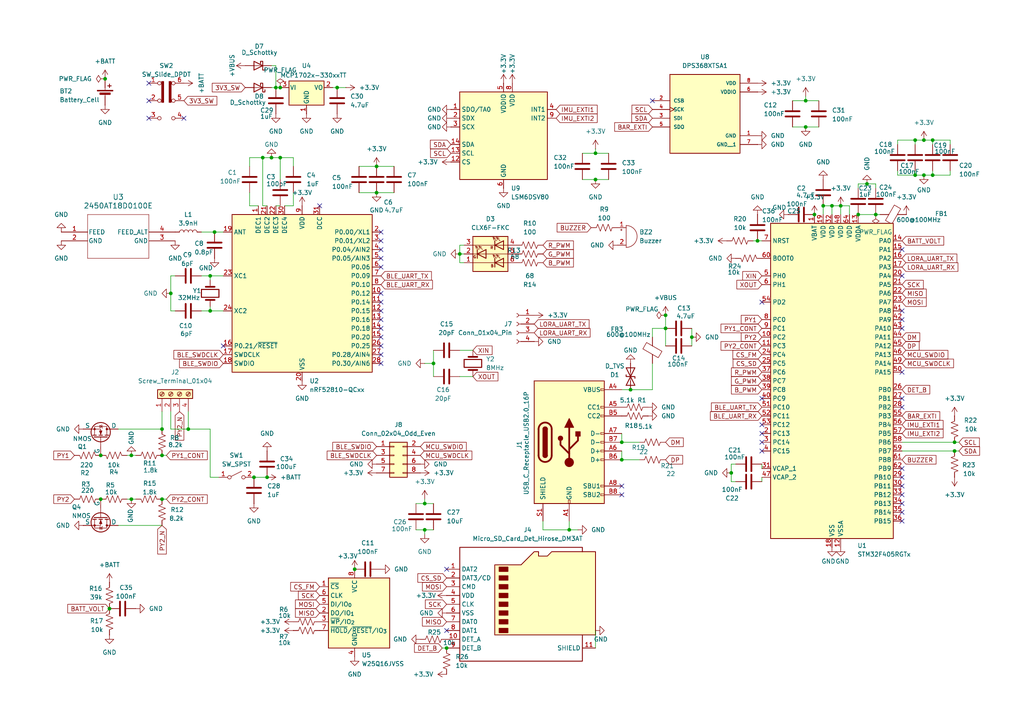
<source format=kicad_sch>
(kicad_sch (version 20250114) (generator "eeschema") (generator_version "9.0")
  (paper "A4")
  (junction (at 73.66 138.43))
  (junction (at 60.96 90.17))
  (junction (at 200.66 97.79))
  (junction (at 265.43 50.8))
  (junction (at 182.88 113.03))
  (junction (at 123.19 153.67))
  (junction (at 233.68 29.21))
  (junction (at 38.1 132.08))
  (junction (at 180.34 128.27))
  (junction (at 77.47 138.43))
  (junction (at 81.28 45.72))
  (junction (at 172.72 52.07))
  (junction (at 81.28 25.4))
  (junction (at 243.84 59.69))
  (junction (at 265.43 40.64))
  (junction (at 241.3 59.69))
  (junction (at 233.68 36.83))
  (junction (at 172.72 44.45))
  (junction (at 38.1 144.78))
  (junction (at 219.71 69.85))
  (junction (at 80.01 25.4))
  (junction (at 248.92 62.23))
  (junction (at 76.2 45.72))
  (junction (at 270.51 40.64))
  (junction (at 49.53 85.09))
  (junction (at 54.61 124.46))
  (junction (at 251.46 53.34))
  (junction (at 276.86 128.27))
  (junction (at 60.96 80.01))
  (junction (at 236.22 62.23))
  (junction (at 62.23 67.31))
  (junction (at 193.04 95.25))
  (junction (at 78.74 45.72))
  (junction (at 46.99 132.08))
  (junction (at 31.75 176.53))
  (junction (at 238.76 59.69))
  (junction (at 109.22 55.88))
  (junction (at 180.34 133.35))
  (junction (at 267.97 40.64))
  (junction (at 212.09 137.16))
  (junction (at 133.35 73.66))
  (junction (at 29.21 132.08))
  (junction (at 30.48 22.86))
  (junction (at 267.97 50.8))
  (junction (at 97.79 25.4))
  (junction (at 46.99 124.46))
  (junction (at 102.87 165.1))
  (junction (at 125.73 105.41))
  (junction (at 46.99 144.78))
  (junction (at 123.19 146.05))
  (junction (at 193.04 91.44))
  (junction (at 270.51 50.8))
  (junction (at 29.21 144.78))
  (junction (at 254 62.23))
  (junction (at 276.86 130.81))
  (junction (at 129.54 187.96))
  (junction (at 109.22 48.26))
  (junction (at 165.1 153.67))
  (no_connect (at 110.49 67.31))
  (no_connect (at 261.62 138.43))
  (no_connect (at 220.98 128.27))
  (no_connect (at 189.23 29.21))
  (no_connect (at 43.18 24.13))
  (no_connect (at 261.62 135.89))
  (no_connect (at 110.49 74.93))
  (no_connect (at 92.71 59.69))
  (no_connect (at 110.49 69.85))
  (no_connect (at 220.98 125.73))
  (no_connect (at 110.49 105.41))
  (no_connect (at 110.49 77.47))
  (no_connect (at 220.98 115.57))
  (no_connect (at 261.62 72.39))
  (no_connect (at 261.62 146.05))
  (no_connect (at 261.62 151.13))
  (no_connect (at 110.49 90.17))
  (no_connect (at 220.98 130.81))
  (no_connect (at 261.62 80.01))
  (no_connect (at 110.49 72.39))
  (no_connect (at 110.49 92.71))
  (no_connect (at 129.54 165.1))
  (no_connect (at 129.54 182.88))
  (no_connect (at 43.18 29.21))
  (no_connect (at 261.62 107.95))
  (no_connect (at 220.98 123.19))
  (no_connect (at 110.49 95.25))
  (no_connect (at 261.62 148.59))
  (no_connect (at 110.49 97.79))
  (no_connect (at 261.62 90.17))
  (no_connect (at 180.34 140.97))
  (no_connect (at 110.49 85.09))
  (no_connect (at 261.62 118.11))
  (no_connect (at 261.62 140.97))
  (no_connect (at 110.49 102.87))
  (no_connect (at 64.77 100.33))
  (no_connect (at 261.62 143.51))
  (no_connect (at 220.98 87.63))
  (no_connect (at 53.34 34.29))
  (no_connect (at 261.62 92.71))
  (no_connect (at 110.49 100.33))
  (no_connect (at 110.49 87.63))
  (no_connect (at 261.62 95.25))
  (no_connect (at 261.62 115.57))
  (no_connect (at 180.34 143.51))
  (no_connect (at 43.18 34.29))
  (wire (pts (xy 276.86 128.27) (xy 261.62 128.27)))
  (wire (pts (xy 64.77 80.01) (xy 60.96 80.01)))
  (wire (pts (xy 54.61 124.46) (xy 60.96 124.46)))
  (wire (pts (xy 193.04 95.25) (xy 193.04 100.33)))
  (wire (pts (xy 76.2 45.72) (xy 76.2 59.69)))
  (wire (pts (xy 212.09 139.7) (xy 212.09 137.16)))
  (wire (pts (xy 182.88 113.03) (xy 180.34 113.03)))
  (wire (pts (xy 233.68 27.94) (xy 233.68 29.21)))
  (wire (pts (xy 260.35 50.8) (xy 265.43 50.8)))
  (wire (pts (xy 133.35 109.22) (xy 137.16 109.22)))
  (wire (pts (xy 219.71 69.85) (xy 220.98 69.85)))
  (wire (pts (xy 254 54.61) (xy 254 53.34)))
  (wire (pts (xy 80.01 59.69) (xy 81.28 59.69)))
  (wire (pts (xy 172.72 187.96) (xy 172.72 182.88)))
  (wire (pts (xy 123.19 153.67) (xy 125.73 153.67)))
  (wire (pts (xy 109.22 48.26) (xy 114.3 48.26)))
  (wire (pts (xy 172.72 43.18) (xy 172.72 44.45)))
  (wire (pts (xy 168.91 44.45) (xy 172.72 44.45)))
  (wire (pts (xy 120.65 153.67) (xy 123.19 153.67)))
  (wire (pts (xy 133.35 101.6) (xy 137.16 101.6)))
  (wire (pts (xy 46.99 119.38) (xy 46.99 124.46)))
  (wire (pts (xy 172.72 44.45) (xy 176.53 44.45)))
  (wire (pts (xy 49.53 119.38) (xy 49.53 124.46)))
  (wire (pts (xy 180.34 128.27) (xy 185.42 128.27)))
  (wire (pts (xy 60.96 90.17) (xy 60.96 88.9)))
  (wire (pts (xy 248.92 62.23) (xy 254 62.23)))
  (wire (pts (xy 180.34 133.35) (xy 185.42 133.35)))
  (wire (pts (xy 97.79 25.4) (xy 100.33 25.4)))
  (wire (pts (xy 133.35 73.66) (xy 134.62 73.66)))
  (wire (pts (xy 267.97 50.8) (xy 270.51 50.8)))
  (wire (pts (xy 85.09 48.26) (xy 85.09 45.72)))
  (wire (pts (xy 38.1 132.08) (xy 39.37 132.08)))
  (wire (pts (xy 38.1 132.08) (xy 36.83 132.08)))
  (wire (pts (xy 134.62 71.12) (xy 133.35 71.12)))
  (wire (pts (xy 213.36 139.7) (xy 212.09 139.7)))
  (wire (pts (xy 213.36 134.62) (xy 212.09 134.62)))
  (wire (pts (xy 265.43 49.53) (xy 265.43 50.8)))
  (wire (pts (xy 193.04 91.44) (xy 193.04 95.25)))
  (wire (pts (xy 58.42 80.01) (xy 60.96 80.01)))
  (wire (pts (xy 267.97 40.64) (xy 270.51 40.64)))
  (wire (pts (xy 233.68 36.83) (xy 237.49 36.83)))
  (wire (pts (xy 120.65 146.05) (xy 123.19 146.05)))
  (wire (pts (xy 200.66 97.79) (xy 200.66 100.33)))
  (wire (pts (xy 78.74 45.72) (xy 81.28 45.72)))
  (wire (pts (xy 49.53 124.46) (xy 54.61 124.46)))
  (wire (pts (xy 212.09 134.62) (xy 212.09 137.16)))
  (wire (pts (xy 125.73 105.41) (xy 123.19 105.41)))
  (wire (pts (xy 243.84 59.69) (xy 243.84 62.23)))
  (wire (pts (xy 278.13 130.81) (xy 276.86 130.81)))
  (wire (pts (xy 76.2 45.72) (xy 78.74 45.72)))
  (wire (pts (xy 128.27 187.96) (xy 129.54 187.96)))
  (wire (pts (xy 200.66 95.25) (xy 200.66 97.79)))
  (wire (pts (xy 278.13 128.27) (xy 276.86 128.27)))
  (wire (pts (xy 260.35 41.91) (xy 260.35 40.64)))
  (wire (pts (xy 109.22 55.88) (xy 114.3 55.88)))
  (wire (pts (xy 260.35 40.64) (xy 265.43 40.64)))
  (wire (pts (xy 49.53 80.01) (xy 49.53 85.09)))
  (wire (pts (xy 80.01 25.4) (xy 81.28 25.4)))
  (wire (pts (xy 246.38 59.69) (xy 243.84 59.69)))
  (wire (pts (xy 80.01 19.05) (xy 78.74 19.05)))
  (wire (pts (xy 157.48 153.67) (xy 157.48 151.13)))
  (wire (pts (xy 270.51 40.64) (xy 270.51 41.91)))
  (wire (pts (xy 270.51 49.53) (xy 270.51 50.8)))
  (wire (pts (xy 34.29 124.46) (xy 46.99 124.46)))
  (wire (pts (xy 220.98 134.62) (xy 220.98 135.89)))
  (wire (pts (xy 251.46 53.34) (xy 254 53.34)))
  (wire (pts (xy 220.98 138.43) (xy 220.98 139.7)))
  (wire (pts (xy 165.1 151.13) (xy 165.1 153.67)))
  (wire (pts (xy 172.72 52.07) (xy 176.53 52.07)))
  (wire (pts (xy 38.1 144.78) (xy 39.37 144.78)))
  (wire (pts (xy 80.01 19.05) (xy 80.01 25.4)))
  (wire (pts (xy 58.42 90.17) (xy 60.96 90.17)))
  (wire (pts (xy 238.76 62.23) (xy 238.76 59.69)))
  (wire (pts (xy 77.47 138.43) (xy 73.66 138.43)))
  (wire (pts (xy 246.38 59.69) (xy 246.38 62.23)))
  (wire (pts (xy 78.74 25.4) (xy 80.01 25.4)))
  (wire (pts (xy 34.29 152.4) (xy 46.99 152.4)))
  (wire (pts (xy 72.39 55.88) (xy 72.39 59.69)))
  (wire (pts (xy 275.59 49.53) (xy 275.59 50.8)))
  (wire (pts (xy 180.34 128.27) (xy 180.34 125.73)))
  (wire (pts (xy 85.09 59.69) (xy 85.09 55.88)))
  (wire (pts (xy 275.59 40.64) (xy 270.51 40.64)))
  (wire (pts (xy 241.3 59.69) (xy 243.84 59.69)))
  (wire (pts (xy 229.87 36.83) (xy 233.68 36.83)))
  (wire (pts (xy 50.8 90.17) (xy 49.53 90.17)))
  (wire (pts (xy 275.59 41.91) (xy 275.59 40.64)))
  (wire (pts (xy 60.96 80.01) (xy 60.96 81.28)))
  (wire (pts (xy 74.93 59.69) (xy 72.39 59.69)))
  (wire (pts (xy 233.68 29.21) (xy 237.49 29.21)))
  (wire (pts (xy 60.96 124.46) (xy 60.96 138.43)))
  (wire (pts (xy 189.23 105.41) (xy 189.23 113.03)))
  (wire (pts (xy 218.44 69.85) (xy 219.71 69.85)))
  (wire (pts (xy 265.43 40.64) (xy 265.43 41.91)))
  (wire (pts (xy 189.23 113.03) (xy 182.88 113.03)))
  (wire (pts (xy 125.73 146.05) (xy 123.19 146.05)))
  (wire (pts (xy 50.8 80.01) (xy 49.53 80.01)))
  (wire (pts (xy 133.35 76.2) (xy 133.35 73.66)))
  (wire (pts (xy 165.1 153.67) (xy 167.64 153.67)))
  (wire (pts (xy 64.77 90.17) (xy 60.96 90.17)))
  (wire (pts (xy 123.19 153.67) (xy 123.19 154.94)))
  (wire (pts (xy 76.2 59.69) (xy 77.47 59.69)))
  (wire (pts (xy 48.26 144.78) (xy 46.99 144.78)))
  (wire (pts (xy 134.62 76.2) (xy 133.35 76.2)))
  (wire (pts (xy 229.87 29.21) (xy 233.68 29.21)))
  (wire (pts (xy 104.14 55.88) (xy 109.22 55.88)))
  (wire (pts (xy 254 62.23) (xy 255.27 62.23)))
  (wire (pts (xy 133.35 71.12) (xy 133.35 73.66)))
  (wire (pts (xy 72.39 48.26) (xy 72.39 45.72)))
  (wire (pts (xy 36.83 144.78) (xy 38.1 144.78)))
  (wire (pts (xy 157.48 153.67) (xy 165.1 153.67)))
  (wire (pts (xy 81.28 45.72) (xy 85.09 45.72)))
  (wire (pts (xy 82.55 59.69) (xy 85.09 59.69)))
  (wire (pts (xy 125.73 101.6) (xy 125.73 105.41)))
  (wire (pts (xy 267.97 50.8) (xy 265.43 50.8)))
  (wire (pts (xy 276.86 130.81) (xy 261.62 130.81)))
  (wire (pts (xy 270.51 50.8) (xy 275.59 50.8)))
  (wire (pts (xy 96.52 25.4) (xy 97.79 25.4)))
  (wire (pts (xy 241.3 59.69) (xy 241.3 62.23)))
  (wire (pts (xy 260.35 49.53) (xy 260.35 50.8)))
  (wire (pts (xy 60.96 138.43) (xy 63.5 138.43)))
  (wire (pts (xy 189.23 95.25) (xy 193.04 95.25)))
  (wire (pts (xy 54.61 119.38) (xy 54.61 124.46)))
  (wire (pts (xy 125.73 109.22) (xy 125.73 105.41)))
  (wire (pts (xy 123.19 146.05) (xy 123.19 144.78)))
  (wire (pts (xy 49.53 90.17) (xy 49.53 85.09)))
  (wire (pts (xy 238.76 59.69) (xy 241.3 59.69)))
  (wire (pts (xy 168.91 52.07) (xy 172.72 52.07)))
  (wire (pts (xy 81.28 52.07) (xy 81.28 45.72)))
  (wire (pts (xy 62.23 67.31) (xy 64.77 67.31)))
  (wire (pts (xy 248.92 53.34) (xy 251.46 53.34)))
  (wire (pts (xy 58.42 67.31) (xy 62.23 67.31)))
  (wire (pts (xy 72.39 45.72) (xy 76.2 45.72)))
  (wire (pts (xy 248.92 53.34) (xy 248.92 54.61)))
  (wire (pts (xy 180.34 130.81) (xy 180.34 133.35)))
  (wire (pts (xy 48.26 132.08) (xy 46.99 132.08)))
  (wire (pts (xy 267.97 40.64) (xy 265.43 40.64)))
  (wire (pts (xy 189.23 95.25) (xy 189.23 97.79)))
  (wire (pts (xy 104.14 48.26) (xy 109.22 48.26)))
  (global_label "PY2" (shape input) (at 21.59 144.78 180) (property "Intersheetrefs" "${INTERSHEET_REFS}" (effects (hide yes))))
  (global_label "B_PWM" (shape input) (at 157.48 76.2 0) (property "Intersheetrefs" "${INTERSHEET_REFS}" (effects (hide yes))))
  (global_label "DP" (shape input) (at 261.62 100.33 0) (property "Intersheetrefs" "${INTERSHEET_REFS}" (effects (hide yes))))
  (global_label "MCU_SWDCLK" (shape input) (at 121.92 132.08 0) (property "Intersheetrefs" "${INTERSHEET_REFS}" (effects (hide yes))))
  (global_label "MOSI" (shape input) (at 129.54 170.18 180) (property "Intersheetrefs" "${INTERSHEET_REFS}" (effects (hide yes))))
  (global_label "DET_B" (shape input) (at 261.62 113.03 0) (property "Intersheetrefs" "${INTERSHEET_REFS}" (effects (hide yes))))
  (global_label "MOSI" (shape input) (at 261.62 87.63 0) (property "Intersheetrefs" "${INTERSHEET_REFS}" (effects (hide yes))))
  (global_label "BLE_UART_TX" (shape input) (at 110.49 80.01 0) (property "Intersheetrefs" "${INTERSHEET_REFS}" (effects (hide yes))))
  (global_label "BAR_EXTI" (shape input) (at 261.62 120.65 0) (property "Intersheetrefs" "${INTERSHEET_REFS}" (effects (hide yes))))
  (global_label "PY2" (shape input) (at 220.98 97.79 180) (property "Intersheetrefs" "${INTERSHEET_REFS}" (effects (hide yes))))
  (global_label "BATT_VOLT" (shape input) (at 31.75 176.53 180) (property "Intersheetrefs" "${INTERSHEET_REFS}" (effects (hide yes))))
  (global_label "XIN" (shape input) (at 137.16 101.6 0) (property "Intersheetrefs" "${INTERSHEET_REFS}" (effects (hide yes))))
  (global_label "PY2_CONT" (shape input) (at 220.98 100.33 180) (property "Intersheetrefs" "${INTERSHEET_REFS}" (effects (hide yes))))
  (global_label "BLE_UART_RX" (shape input) (at 220.98 120.65 180) (property "Intersheetrefs" "${INTERSHEET_REFS}" (effects (hide yes))))
  (global_label "SDA" (shape input) (at 130.81 41.91 180) (property "Intersheetrefs" "${INTERSHEET_REFS}" (effects (hide yes))))
  (global_label "CS_FM" (shape input) (at 92.71 170.18 180) (property "Intersheetrefs" "${INTERSHEET_REFS}" (effects (hide yes))))
  (global_label "XOUT" (shape input) (at 220.98 82.55 180) (property "Intersheetrefs" "${INTERSHEET_REFS}" (effects (hide yes))))
  (global_label "SDA" (shape input) (at 278.13 130.81 0) (property "Intersheetrefs" "${INTERSHEET_REFS}" (effects (hide yes))))
  (global_label "MOSI" (shape input) (at 92.71 175.26 180) (property "Intersheetrefs" "${INTERSHEET_REFS}" (effects (hide yes))))
  (global_label "BLE_UART_TX" (shape input) (at 220.98 118.11 180) (property "Intersheetrefs" "${INTERSHEET_REFS}" (effects (hide yes))))
  (global_label "CS_SD" (shape input) (at 129.54 167.64 180) (property "Intersheetrefs" "${INTERSHEET_REFS}" (effects (hide yes))))
  (global_label "BLE_SWDIO" (shape input) (at 109.22 129.54 180) (property "Intersheetrefs" "${INTERSHEET_REFS}" (effects (hide yes))))
  (global_label "DM" (shape input) (at 261.62 97.79 0) (property "Intersheetrefs" "${INTERSHEET_REFS}" (effects (hide yes))))
  (global_label "PY1_CONT" (shape input) (at 48.26 132.08 0) (property "Intersheetrefs" "${INTERSHEET_REFS}" (effects (hide yes))))
  (global_label "SCK" (shape input) (at 261.62 82.55 0) (property "Intersheetrefs" "${INTERSHEET_REFS}" (effects (hide yes))))
  (global_label "LORA_UART_TX" (shape input) (at 261.62 74.93 0) (property "Intersheetrefs" "${INTERSHEET_REFS}" (effects (hide yes))))
  (global_label "PY2_N" (shape input) (at 52.07 119.38 270) (property "Intersheetrefs" "${INTERSHEET_REFS}" (effects (hide yes))))
  (global_label "SCK" (shape input) (at 129.54 175.26 180) (property "Intersheetrefs" "${INTERSHEET_REFS}" (effects (hide yes))))
  (global_label "MCU_SWDIO" (shape input) (at 121.92 129.54 0) (property "Intersheetrefs" "${INTERSHEET_REFS}" (effects (hide yes))))
  (global_label "PY2_N" (shape input) (at 46.99 152.4 270) (property "Intersheetrefs" "${INTERSHEET_REFS}" (effects (hide yes))))
  (global_label "IMU_EXTI1" (shape input) (at 161.29 31.75 0) (property "Intersheetrefs" "${INTERSHEET_REFS}" (effects (hide yes))))
  (global_label "CS_SD" (shape input) (at 220.98 105.41 180) (property "Intersheetrefs" "${INTERSHEET_REFS}" (effects (hide yes))))
  (global_label "BLE_SWDCLK" (shape input) (at 64.77 102.87 180) (property "Intersheetrefs" "${INTERSHEET_REFS}" (effects (hide yes))))
  (global_label "SDA" (shape input) (at 189.23 34.29 180) (property "Intersheetrefs" "${INTERSHEET_REFS}" (effects (hide yes))))
  (global_label "BLE_SWDCLK" (shape input) (at 109.22 132.08 180) (property "Intersheetrefs" "${INTERSHEET_REFS}" (effects (hide yes))))
  (global_label "BATT_VOLT" (shape input) (at 261.62 69.85 0) (property "Intersheetrefs" "${INTERSHEET_REFS}" (effects (hide yes))))
  (global_label "PY1_CONT" (shape input) (at 220.98 95.25 180) (property "Intersheetrefs" "${INTERSHEET_REFS}" (effects (hide yes))))
  (global_label "BLE_SWDIO" (shape input) (at 64.77 105.41 180) (property "Intersheetrefs" "${INTERSHEET_REFS}" (effects (hide yes))))
  (global_label "IMU_EXTI1" (shape input) (at 261.62 123.19 0) (property "Intersheetrefs" "${INTERSHEET_REFS}" (effects (hide yes))))
  (global_label "BLE_UART_RX" (shape input) (at 110.49 82.55 0) (property "Intersheetrefs" "${INTERSHEET_REFS}" (effects (hide yes))))
  (global_label "MCU_SWDCLK" (shape input) (at 261.62 105.41 0) (property "Intersheetrefs" "${INTERSHEET_REFS}" (effects (hide yes))))
  (global_label "IMU_EXTI2" (shape input) (at 261.62 125.73 0) (property "Intersheetrefs" "${INTERSHEET_REFS}" (effects (hide yes))))
  (global_label "MISO" (shape input) (at 129.54 180.34 180) (property "Intersheetrefs" "${INTERSHEET_REFS}" (effects (hide yes))))
  (global_label "XIN" (shape input) (at 220.98 80.01 180) (property "Intersheetrefs" "${INTERSHEET_REFS}" (effects (hide yes))))
  (global_label "LORA_UART_RX" (shape input) (at 154.94 96.52 0) (property "Intersheetrefs" "${INTERSHEET_REFS}" (effects (hide yes))))
  (global_label "MCU_SWDIO" (shape input) (at 261.62 102.87 0) (property "Intersheetrefs" "${INTERSHEET_REFS}" (effects (hide yes))))
  (global_label "G_PWM" (shape input) (at 157.48 73.66 0) (property "Intersheetrefs" "${INTERSHEET_REFS}" (effects (hide yes))))
  (global_label "BUZZER" (shape input) (at 261.62 133.35 0) (property "Intersheetrefs" "${INTERSHEET_REFS}" (effects (hide yes))))
  (global_label "B_PWM" (shape input) (at 220.98 113.03 180) (property "Intersheetrefs" "${INTERSHEET_REFS}" (effects (hide yes))))
  (global_label "IMU_EXTI2" (shape input) (at 161.29 34.29 0) (property "Intersheetrefs" "${INTERSHEET_REFS}" (effects (hide yes))))
  (global_label "DET_B" (shape input) (at 128.27 187.96 180) (property "Intersheetrefs" "${INTERSHEET_REFS}" (effects (hide yes))))
  (global_label "LORA_UART_RX" (shape input) (at 261.62 77.47 0) (property "Intersheetrefs" "${INTERSHEET_REFS}" (effects (hide yes))))
  (global_label "3V3_SW" (shape input) (at 71.12 25.4 180) (property "Intersheetrefs" "${INTERSHEET_REFS}" (effects (hide yes))))
  (global_label "3V3_SW" (shape input) (at 53.34 29.21 0) (property "Intersheetrefs" "${INTERSHEET_REFS}" (effects (hide yes))))
  (global_label "XOUT" (shape input) (at 137.16 109.22 0) (property "Intersheetrefs" "${INTERSHEET_REFS}" (effects (hide yes))))
  (global_label "SCL" (shape input) (at 278.13 128.27 0) (property "Intersheetrefs" "${INTERSHEET_REFS}" (effects (hide yes))))
  (global_label "MISO" (shape input) (at 92.71 177.8 180) (property "Intersheetrefs" "${INTERSHEET_REFS}" (effects (hide yes))))
  (global_label "G_PWM" (shape input) (at 220.98 110.49 180) (property "Intersheetrefs" "${INTERSHEET_REFS}" (effects (hide yes))))
  (global_label "BUZZER" (shape input) (at 171.45 66.04 180) (property "Intersheetrefs" "${INTERSHEET_REFS}" (effects (hide yes))))
  (global_label "CS_FM" (shape input) (at 220.98 102.87 180) (property "Intersheetrefs" "${INTERSHEET_REFS}" (effects (hide yes))))
  (global_label "MISO" (shape input) (at 261.62 85.09 0) (property "Intersheetrefs" "${INTERSHEET_REFS}" (effects (hide yes))))
  (global_label "SCL" (shape input) (at 189.23 31.75 180) (property "Intersheetrefs" "${INTERSHEET_REFS}" (effects (hide yes))))
  (global_label "LORA_UART_TX" (shape input) (at 154.94 93.98 0) (property "Intersheetrefs" "${INTERSHEET_REFS}" (effects (hide yes))))
  (global_label "PY2_CONT" (shape input) (at 48.26 144.78 0) (property "Intersheetrefs" "${INTERSHEET_REFS}" (effects (hide yes))))
  (global_label "DM" (shape input) (at 193.04 128.27 0) (property "Intersheetrefs" "${INTERSHEET_REFS}" (effects (hide yes))))
  (global_label "PY1" (shape input) (at 220.98 92.71 180) (property "Intersheetrefs" "${INTERSHEET_REFS}" (effects (hide yes))))
  (global_label "DP" (shape input) (at 193.04 133.35 0) (property "Intersheetrefs" "${INTERSHEET_REFS}" (effects (hide yes))))
  (global_label "SCL" (shape input) (at 130.81 44.45 180) (property "Intersheetrefs" "${INTERSHEET_REFS}" (effects (hide yes))))
  (global_label "R_PWM" (shape input) (at 220.98 107.95 180) (property "Intersheetrefs" "${INTERSHEET_REFS}" (effects (hide yes))))
  (global_label "R_PWM" (shape input) (at 157.48 71.12 0) (property "Intersheetrefs" "${INTERSHEET_REFS}" (effects (hide yes))))
  (global_label "PY1" (shape input) (at 21.59 132.08 180) (property "Intersheetrefs" "${INTERSHEET_REFS}" (effects (hide yes))))
  (global_label "SCK" (shape input) (at 92.71 172.72 180) (property "Intersheetrefs" "${INTERSHEET_REFS}" (effects (hide yes))))
  (global_label "BAR_EXTI" (shape input) (at 189.23 36.83 180) (property "Intersheetrefs" "${INTERSHEET_REFS}" (effects (hide yes))))
  (symbol (lib_id "Connector_Generic:Conn_02x04_Odd_Even") (at 114.3 132.08 0) (unit 1)
    (property "Reference" "J8" (at 115.57 123.19 0))
    (property "Value" "Conn_02x04_Odd_Even" (at 115.57 125.73 0))
    (property "Footprint" "Connector_PinHeader_2.54mm:PinHeader_2x04_P2.54mm_Vertical" (effects (hide yes)))
    (property "Description" "Generic connector, double row, 02x04, odd/even pin numbering scheme (row 1 odd numbers, row 2 even numbers), script generated (kicad-library-utils/schlib/autogen/connector/)" (effects (hide yes)))
  )
  (symbol (lib_id "power:PWR_FLAG") (at 30.48 22.86 90) (unit 1)
    (property "Reference" "#FLG02" (effects (hide yes)))
    (property "Value" "PWR_FLAG" (at 26.67 22.8599 90) (effects (justify left)))
    (property "Description" "Special symbol for telling ERC where power comes from" (effects (hide yes)))
  )
  (symbol (lib_id "power:GND") (at 238.76 52.07 0) (mirror x) (unit 1)
    (property "Reference" "#PWR038" (effects (hide yes)))
    (property "Value" "GND" (at 238.76 46.99 0))
    (property "Description" "Power symbol creates a global label with name \"GND\" , ground" (effects (hide yes)))
  )
  (symbol (lib_id "Device:Buzzer") (at 181.61 68.58 0) (unit 1)
    (property "Reference" "BZ2" (at 185.42 67.3099 0) (effects (justify left)))
    (property "Value" "Buzzer" (at 185.42 69.8499 0) (effects (justify left)))
    (property "Footprint" "Buzzer_Beeper:Buzzer_Murata_PKMCS0909E" (effects (hide yes)))
    (property "Description" "Buzzer, polarized" (effects (hide yes)))
  )
  (symbol (lib_id "power:PWR_FLAG") (at 254 62.23 180) (unit 1)
    (property "Reference" "#FLG03" (effects (hide yes)))
    (property "Value" "PWR_FLAG" (at 254 67.31 0))
    (property "Description" "Special symbol for telling ERC where power comes from" (effects (hide yes)))
  )
  (symbol (lib_id "power:GND") (at 31.75 184.15 0) (unit 1)
    (property "Reference" "#PWR052" (effects (hide yes)))
    (property "Value" "GND" (at 31.75 189.23 0))
    (property "Description" "Power symbol creates a global label with name \"GND\" , ground" (effects (hide yes)))
  )
  (symbol (lib_id "Device:R_US") (at 276.86 124.46 0) (mirror y) (unit 1)
    (property "Reference" "R22" (at 283.464 121.92 0) (effects (justify left)))
    (property "Value" "10k" (at 283.464 124.46 0) (effects (justify left)))
    (property "Footprint" "Resistor_SMD:R_0603_1608Metric" (effects (hide yes)))
    (property "Description" "Resistor, US symbol" (effects (hide yes)))
  )
  (symbol (lib_id "power:+3.3V") (at 129.54 172.72 90) (mirror x) (unit 1)
    (property "Reference" "#PWR0103" (effects (hide yes)))
    (property "Value" "+3.3V" (at 126.492 172.72 90) (effects (justify left)))
    (property "Description" "Power symbol creates a global label with name \"+3.3V\"" (effects (hide yes)))
  )
  (symbol (lib_id "power:GND") (at 80.01 33.02 0) (unit 1)
    (property "Reference" "#PWR028" (effects (hide yes)))
    (property "Value" "GND" (at 80.01 38.1 0))
    (property "Description" "Power symbol creates a global label with name \"GND\" , ground" (effects (hide yes)))
  )
  (symbol (lib_id "power:GND") (at 129.54 177.8 270) (mirror x) (unit 1)
    (property "Reference" "#PWR0104" (effects (hide yes)))
    (property "Value" "GND" (at 125.73 177.7999 90) (effects (justify right)))
    (property "Description" "Power symbol creates a global label with name \"GND\" , ground" (effects (hide yes)))
  )
  (symbol (lib_id "power:GND") (at 17.78 69.85 0) (unit 1)
    (property "Reference" "#PWR09" (effects (hide yes)))
    (property "Value" "GND" (at 17.78 74.93 0))
    (property "Description" "Power symbol creates a global label with name \"GND\" , ground" (effects (hide yes)))
  )
  (symbol (lib_id "Simulation_SPICE:NMOS") (at 29.21 127 270) (mirror x) (unit 1)
    (property "Reference" "Q1" (at 23.876 129.54 90))
    (property "Value" "NMOS" (at 23.876 127.254 90))
    (property "Footprint" "Package_TO_SOT_SMD:SOT-23_Handsoldering" (effects (hide yes)))
    (property "Datasheet" "https://ngspice.sourceforge.io/docs/ngspice-html-manual/manual.xhtml#cha_MOSFETs" (effects (hide yes)))
    (property "Description" "N-MOSFET transistor, drain/source/gate" (effects (hide yes)))
    (property "Sim.Device" "NMOS" (effects (hide yes)))
    (property "Sim.Type" "VDMOS" (effects (hide yes)))
    (property "Sim.Pins" "1=D 2=G 3=S" (effects (hide yes)))
  )
  (symbol (lib_id "Device:D_Schottky") (at 74.93 25.4 180) (unit 1)
    (property "Reference" "D8" (at 75.184 27.94 0))
    (property "Value" "D_Schottky" (at 71.882 29.718 0))
    (property "Footprint" "Diode_SMD:D_SOD-123" (effects (hide yes)))
    (property "Description" "Schottky diode" (effects (hide yes)))
  )
  (symbol (lib_id "power:GND") (at 167.64 153.67 90) (unit 1)
    (property "Reference" "#PWR017" (effects (hide yes)))
    (property "Value" "GND" (at 171.45 153.6699 90) (effects (justify right)))
    (property "Description" "Power symbol creates a global label with name \"GND\" , ground" (effects (hide yes)))
  )
  (symbol (lib_id "Device:C") (at 176.53 48.26 0) (unit 1)
    (property "Reference" "C33" (at 180.34 47.2439 0) (effects (justify left)))
    (property "Value" "100nF" (at 180.34 49.7839 0) (effects (justify left)))
    (property "Footprint" "Capacitor_SMD:C_0603_1608Metric" (effects (hide yes)))
    (property "Description" "Unpolarized capacitor" (effects (hide yes)))
  )
  (symbol (lib_id "Device:C") (at 248.92 58.42 180) (unit 1)
    (property "Reference" "C23" (at 250.952 54.61 0))
    (property "Value" "1uF" (at 250.952 56.388 0))
    (property "Footprint" "Capacitor_SMD:C_0603_1608Metric" (effects (hide yes)))
    (property "Description" "Unpolarized capacitor" (effects (hide yes)))
  )
  (symbol (lib_id "power:+3.3V") (at 276.86 120.65 0) (mirror y) (unit 1)
    (property "Reference" "#PWR026" (effects (hide yes)))
    (property "Value" "+3.3V" (at 276.86 115.57 0))
    (property "Description" "Power symbol creates a global label with name \"+3.3V\"" (effects (hide yes)))
  )
  (symbol (lib_id "power:GND") (at 146.05 54.61 0) (unit 1)
    (property "Reference" "#PWR097" (effects (hide yes)))
    (property "Value" "GND" (at 146.05 59.69 0))
    (property "Description" "Power symbol creates a global label with name \"GND\" , ground" (effects (hide yes)))
  )
  (symbol (lib_id "Device:C") (at 73.66 142.24 0) (unit 1)
    (property "Reference" "C28" (at 77.47 140.9699 0) (effects (justify left)))
    (property "Value" "1uF" (at 77.47 143.5099 0) (effects (justify left)))
    (property "Footprint" "Capacitor_SMD:C_0603_1608Metric" (effects (hide yes)))
    (property "Description" "Unpolarized capacitor" (effects (hide yes)))
  )
  (symbol (lib_id "power:GND") (at 97.79 33.02 0) (unit 1)
    (property "Reference" "#PWR069" (effects (hide yes)))
    (property "Value" "GND" (at 97.79 38.1 0))
    (property "Description" "Power symbol creates a global label with name \"GND\" , ground" (effects (hide yes)))
  )
  (symbol (lib_id "Device:Battery_Cell") (at 30.48 27.94 0) (unit 1)
    (property "Reference" "BT2" (at 17.272 26.416 0) (effects (justify left)))
    (property "Value" "Battery_Cell" (at 17.272 28.956 0) (effects (justify left)))
    (property "Footprint" "TerminalBlock_MetzConnect:TerminalBlock_MetzConnect_Type059_RT06302HBWC_1x02_P3.50mm_Horizontal" (effects (hide yes)))
    (property "Description" "Single-cell battery" (effects (hide yes)))
  )
  (symbol (lib_id "power:+3.3V") (at 109.22 48.26 0) (unit 1)
    (property "Reference" "#PWR03" (effects (hide yes)))
    (property "Value" "+3.3V" (at 109.22 43.18 0))
    (property "Description" "Power symbol creates a global label with name \"+3.3V\"" (effects (hide yes)))
  )
  (symbol (lib_id "Device:C") (at 97.79 29.21 0) (unit 1)
    (property "Reference" "C30" (at 101.6 27.9399 0) (effects (justify left)))
    (property "Value" "4.7uF" (at 101.6 30.4799 0) (effects (justify left)))
    (property "Footprint" "Capacitor_SMD:C_0603_1608Metric" (effects (hide yes)))
    (property "Description" "Unpolarized capacitor" (effects (hide yes)))
  )
  (symbol (lib_id "power:GND") (at 110.49 165.1 90) (unit 1)
    (property "Reference" "#PWR016" (effects (hide yes)))
    (property "Value" "GND" (at 114.3 165.0999 90) (effects (justify right)))
    (property "Description" "Power symbol creates a global label with name \"GND\" , ground" (effects (hide yes)))
  )
  (symbol (lib_id "Device:C") (at 129.54 109.22 270) (unit 1)
    (property "Reference" "C16" (at 128.524 113.03 90))
    (property "Value" "20pF" (at 128.524 115.57 90))
    (property "Footprint" "Capacitor_SMD:C_0603_1608Metric" (effects (hide yes)))
    (property "Description" "Unpolarized capacitor" (effects (hide yes)))
  )
  (symbol (lib_id "power:GND") (at 172.72 52.07 0) (unit 1)
    (property "Reference" "#PWR091" (effects (hide yes)))
    (property "Value" "GND" (at 172.72 57.15 0))
    (property "Description" "Power symbol creates a global label with name \"GND\" , ground" (effects (hide yes)))
  )
  (symbol (lib_id "Device:R_US") (at 25.4 144.78 90) (unit 1)
    (property "Reference" "R3" (at 24.892 140.462 90))
    (property "Value" "220" (at 25.4 142.24 90))
    (property "Footprint" "Resistor_SMD:R_0603_1608Metric" (effects (hide yes)))
    (property "Description" "Resistor, US symbol" (effects (hide yes)))
  )
  (symbol (lib_id "power:GND") (at 213.36 74.93 270) (unit 1)
    (property "Reference" "#PWR058" (effects (hide yes)))
    (property "Value" "GND" (at 209.55 74.9299 90) (effects (justify right)))
    (property "Description" "Power symbol creates a global label with name \"GND\" , ground" (effects (hide yes)))
  )
  (symbol (lib_id "power:GND") (at 121.92 134.62 90) (unit 1)
    (property "Reference" "#PWR042" (effects (hide yes)))
    (property "Value" "GND" (at 125.73 134.6199 90) (effects (justify right)))
    (property "Description" "Power symbol creates a global label with name \"GND\" , ground" (effects (hide yes)))
  )
  (symbol (lib_id "Device:R_US") (at 46.99 148.59 0) (mirror x) (unit 1)
    (property "Reference" "R12" (at 53.34 147.828 0) (effects (justify right)))
    (property "Value" "8.2k" (at 53.34 150.368 0) (effects (justify right)))
    (property "Footprint" "Resistor_SMD:R_0603_1608Metric" (effects (hide yes)))
    (property "Description" "Resistor, US symbol" (effects (hide yes)))
  )
  (symbol (lib_id "Device:C") (at 238.76 55.88 0) (mirror y) (unit 1)
    (property "Reference" "C25" (at 228.346 61.214 0) (effects (justify right)))
    (property "Value" "4.7uF" (at 230.886 56.642 0) (effects (justify right)))
    (property "Footprint" "Capacitor_SMD:C_0603_1608Metric" (effects (hide yes)))
    (property "Description" "Unpolarized capacitor" (effects (hide yes)))
  )
  (symbol (lib_id "power:GND") (at 109.22 134.62 270) (unit 1)
    (property "Reference" "#PWR023" (effects (hide yes)))
    (property "Value" "GND" (at 105.41 134.6199 90) (effects (justify right)))
    (property "Description" "Power symbol creates a global label with name \"GND\" , ground" (effects (hide yes)))
  )
  (symbol (lib_id "Device:C") (at 168.91 48.26 0) (unit 1)
    (property "Reference" "C32" (at 160.528 45.72 0) (effects (justify left)))
    (property "Value" "100nF" (at 160.528 48.26 0) (effects (justify left)))
    (property "Footprint" "Capacitor_SMD:C_0603_1608Metric" (effects (hide yes)))
    (property "Description" "Unpolarized capacitor" (effects (hide yes)))
  )
  (symbol (lib_id "power:+3.3V") (at 154.94 91.44 270) (mirror x) (unit 1)
    (property "Reference" "#PWR060" (effects (hide yes)))
    (property "Value" "+3.3V" (at 158.75 91.4399 90) (effects (justify left)))
    (property "Description" "Power symbol creates a global label with name \"+3.3V\"" (effects (hide yes)))
  )
  (symbol (lib_id "Regulator_Linear:MCP1700x-330xxTT") (at 88.9 25.4 0) (unit 1)
    (property "Reference" "U4" (at 88.9 19.05 0))
    (property "Value" "MCP1702x-330xxTT" (at 90.932 21.844 0))
    (property "Footprint" "Package_TO_SOT_SMD:SOT-23" (effects (hide yes)))
    (property "Datasheet" "http://ww1.microchip.com/downloads/en/DeviceDoc/20001826D.pdf" (effects (hide yes)))
    (property "Description" "250mA Low Quiscent Current LDO, 3.3V output, SOT-23" (effects (hide yes)))
  )
  (symbol (lib_id "power:GND") (at 179.07 71.12 270) (unit 1)
    (property "Reference" "#PWR053" (effects (hide yes)))
    (property "Value" "GND" (at 175.26 71.1199 90) (effects (justify right)))
    (property "Description" "Power symbol creates a global label with name \"GND\" , ground" (effects (hide yes)))
  )
  (symbol (lib_id "power:+BATT") (at 53.34 24.13 270) (unit 1)
    (property "Reference" "#PWR015" (effects (hide yes)))
    (property "Value" "+BATT" (at 58.42 24.13 0))
    (property "Description" "Power symbol creates a global label with name \"+BATT\"" (effects (hide yes)))
  )
  (symbol (lib_id "Device:C") (at 129.54 101.6 270) (unit 1)
    (property "Reference" "C15" (at 129.54 93.98 90))
    (property "Value" "20pF" (at 129.54 96.52 90))
    (property "Footprint" "Capacitor_SMD:C_0603_1608Metric" (effects (hide yes)))
    (property "Description" "Unpolarized capacitor" (effects (hide yes)))
  )
  (symbol (lib_id "power:GND") (at 24.13 152.4 270) (unit 1)
    (property "Reference" "#PWR045" (effects (hide yes)))
    (property "Value" "GND" (at 20.32 152.3999 90) (effects (justify right)))
    (property "Description" "Power symbol creates a global label with name \"GND\" , ground" (effects (hide yes)))
  )
  (symbol (lib_id "Device:R_US") (at 175.26 66.04 90) (unit 1)
    (property "Reference" "R9" (at 175.26 60.706 90))
    (property "Value" "100" (at 175.26 63.246 90))
    (property "Footprint" "Resistor_SMD:R_0603_1608Metric" (effects (hide yes)))
    (property "Description" "Resistor, US symbol" (effects (hide yes)))
  )
  (symbol (lib_id "Device:C") (at 265.43 45.72 0) (mirror y) (unit 1)
    (property "Reference" "C17" (at 261.112 48.006 0) (effects (justify right)))
    (property "Value" "100nF" (at 260.604 49.784 0) (effects (justify right)))
    (property "Footprint" "Capacitor_SMD:C_0603_1608Metric" (effects (hide yes)))
    (property "Description" "Unpolarized capacitor" (effects (hide yes)))
  )
  (symbol (lib_id "Device:R_US") (at 214.63 69.85 90) (unit 1)
    (property "Reference" "R20" (at 214.63 63.5 90))
    (property "Value" "10k" (at 214.63 66.04 90))
    (property "Footprint" "Resistor_SMD:R_0603_1608Metric" (effects (hide yes)))
    (property "Description" "Resistor, US symbol" (effects (hide yes)))
  )
  (symbol (lib_id "power:GND") (at 219.71 41.91 90) (unit 1)
    (property "Reference" "#PWR0102" (effects (hide yes)))
    (property "Value" "GND" (at 223.52 41.9099 90) (effects (justify right)))
    (property "Description" "Power symbol creates a global label with name \"GND\" , ground" (effects (hide yes)))
  )
  (symbol (lib_id "power:GND") (at 38.1 132.08 0) (mirror x) (unit 1)
    (property "Reference" "#PWR046" (effects (hide yes)))
    (property "Value" "GND" (at 38.1 129.032 90) (effects (justify right)))
    (property "Description" "Power symbol creates a global label with name \"GND\" , ground" (effects (hide yes)))
  )
  (symbol (lib_id "Device:R_US") (at 43.18 132.08 270) (unit 1)
    (property "Reference" "R11" (at 43.434 134.366 90))
    (property "Value" "1.8k" (at 43.688 136.398 90))
    (property "Footprint" "Resistor_SMD:R_0603_1608Metric" (effects (hide yes)))
    (property "Description" "Resistor, US symbol" (effects (hide yes)))
  )
  (symbol (lib_id "Device:C") (at 254 58.42 0) (mirror y) (unit 1)
    (property "Reference" "C24" (at 258.826 54.356 0) (effects (justify left)))
    (property "Value" "100nF" (at 260.096 56.388 0) (effects (justify left)))
    (property "Footprint" "Capacitor_SMD:C_0603_1608Metric" (effects (hide yes)))
    (property "Description" "Unpolarized capacitor" (effects (hide yes)))
  )
  (symbol (lib_id "power:GND") (at 87.63 110.49 0) (unit 1)
    (property "Reference" "#PWR05" (effects (hide yes)))
    (property "Value" "GND" (at 87.63 115.57 0))
    (property "Description" "Power symbol creates a global label with name \"GND\" , ground" (effects (hide yes)))
  )
  (symbol (lib_id "power:GND") (at 130.81 36.83 270) (unit 1)
    (property "Reference" "#PWR094" (effects (hide yes)))
    (property "Value" "GND" (at 128.016 36.83 90) (effects (justify right)))
    (property "Description" "Power symbol creates a global label with name \"GND\" , ground" (effects (hide yes)))
  )
  (symbol (lib_id "Sensor_Motion:LSM6DSV80") (at 146.05 39.37 0) (unit 1)
    (property "Reference" "U9" (at 148.1933 54.61 0) (effects (justify left)))
    (property "Value" "LSM6DSV80" (at 148.1933 57.15 0) (effects (justify left)))
    (property "Footprint" "Package_LGA:LGA-14_3x2.5mm_P0.5mm_LayoutBorder3x4y" (effects (hide yes)))
    (property "Datasheet" "https://mm.digikey.com/Volume0/opasdata/d220001/medias/docus/6678/LSM6DSV80X.pdf" (effects (hide yes)))
    (property "Description" "6-axis IMU with high-g accelerometer" (effects (hide yes)))
  )
  (symbol (lib_id "power:+3.3V") (at 172.72 43.18 0) (unit 1)
    (property "Reference" "#PWR090" (effects (hide yes)))
    (property "Value" "+3.3V" (at 172.72 38.1 0))
    (property "Description" "Power symbol creates a global label with name \"+3.3V\"" (effects (hide yes)))
  )
  (symbol (lib_id "Simulation_SPICE:NMOS") (at 29.21 149.86 270) (unit 1)
    (property "Reference" "Q4" (at 20.828 147.066 90) (effects (justify left)))
    (property "Value" "NMOS" (at 20.828 149.606 90) (effects (justify left)))
    (property "Footprint" "Package_TO_SOT_SMD:SOT-23_Handsoldering" (effects (hide yes)))
    (property "Datasheet" "https://ngspice.sourceforge.io/docs/ngspice-html-manual/manual.xhtml#cha_MOSFETs" (effects (hide yes)))
    (property "Description" "N-MOSFET transistor, drain/source/gate" (effects (hide yes)))
    (property "Sim.Device" "NMOS" (effects (hide yes)))
    (property "Sim.Type" "VDMOS" (effects (hide yes)))
    (property "Sim.Pins" "1=D 2=G 3=S" (effects (hide yes)))
  )
  (symbol (lib_id "Device:C") (at 196.85 95.25 90) (unit 1)
    (property "Reference" "C13" (at 198.374 89.408 90))
    (property "Value" "4.7uF" (at 198.882 91.694 90))
    (property "Footprint" "Capacitor_SMD:C_0603_1608Metric" (effects (hide yes)))
    (property "Description" "Unpolarized capacitor" (effects (hide yes)))
  )
  (symbol (lib_id "Device:C") (at 62.23 71.12 0) (unit 1)
    (property "Reference" "C8" (at 56.388 70.612 0) (effects (justify left)))
    (property "Value" "0.8pF" (at 56.388 73.152 0) (effects (justify left)))
    (property "Footprint" "Capacitor_SMD:C_0603_1608Metric" (effects (hide yes)))
    (property "Description" "Unpolarized capacitor" (effects (hide yes)))
  )
  (symbol (lib_id "power:GND") (at 172.72 182.88 90) (unit 1)
    (property "Reference" "#PWR0106" (effects (hide yes)))
    (property "Value" "GND" (at 172.212 185.42 90) (effects (justify right)))
    (property "Description" "Power symbol creates a global label with name \"GND\" , ground" (effects (hide yes)))
  )
  (symbol (lib_id "power:GND") (at 219.71 62.23 0) (mirror x) (unit 1)
    (property "Reference" "#PWR056" (effects (hide yes)))
    (property "Value" "GND" (at 219.71 57.15 0))
    (property "Description" "Power symbol creates a global label with name \"GND\" , ground" (effects (hide yes)))
  )
  (symbol (lib_id "power:GND") (at 49.53 85.09 270) (unit 1)
    (property "Reference" "#PWR07" (effects (hide yes)))
    (property "Value" "GND" (at 45.72 85.0899 90) (effects (justify right)))
    (property "Description" "Power symbol creates a global label with name \"GND\" , ground" (effects (hide yes)))
  )
  (symbol (lib_id "Device:R_US") (at 184.15 120.65 90) (unit 1)
    (property "Reference" "R18" (at 183.134 123.444 90))
    (property "Value" "5.1k" (at 187.198 123.698 90))
    (property "Footprint" "Resistor_SMD:R_0603_1608Metric" (effects (hide yes)))
    (property "Description" "Resistor, US symbol" (effects (hide yes)))
  )
  (symbol (lib_id "Device:C") (at 106.68 165.1 90) (unit 1)
    (property "Reference" "C11" (at 106.68 157.48 90))
    (property "Value" "100nF" (at 106.68 160.02 90))
    (property "Footprint" "Capacitor_SMD:C_0603_1608Metric" (effects (hide yes)))
    (property "Description" "Unpolarized capacitor" (effects (hide yes)))
  )
  (symbol (lib_id "Device:C") (at 109.22 52.07 0) (unit 1)
    (property "Reference" "C6" (at 111.252 58.674 0) (effects (justify left)))
    (property "Value" "4.7uF" (at 111.506 60.96 0) (effects (justify left)))
    (property "Footprint" "Capacitor_SMD:C_0603_1608Metric" (effects (hide yes)))
    (property "Description" "Unpolarized capacitor" (effects (hide yes)))
  )
  (symbol (lib_id "MCU_ST_STM32F4:STM32F405RGTx") (at 241.3 110.49 0) (unit 1)
    (property "Reference" "U1" (at 248.666 158.242 0) (effects (justify left)))
    (property "Value" "STM32F405RGTx" (at 248.666 160.782 0) (effects (justify left)))
    (property "Footprint" "Package_QFP:LQFP-64_10x10mm_P0.5mm" (effects (hide yes)))
    (property "Datasheet" "https://www.st.com/resource/en/datasheet/stm32f405rg.pdf" (effects (hide yes)))
    (property "Description" "STMicroelectronics Arm Cortex-M4 MCU, 1024KB flash, 192KB RAM, 168 MHz, 1.8-3.6V, 51 GPIO, LQFP64" (effects (hide yes)))
  )
  (symbol (lib_id "power:+BATT") (at 31.75 168.91 0) (unit 1)
    (property "Reference" "#PWR054" (effects (hide yes)))
    (property "Value" "+BATT" (at 31.75 163.83 0))
    (property "Description" "Power symbol creates a global label with name \"+BATT\"" (effects (hide yes)))
  )
  (symbol (lib_id "Switch:SW_SPST") (at 68.58 138.43 0) (unit 1)
    (property "Reference" "SW1" (at 68.58 132.08 0))
    (property "Value" "SW_SPST" (at 68.58 134.62 0))
    (property "Footprint" "TerminalBlock_4Ucon:TerminalBlock_4Ucon_1x02_P3.50mm_Vertical" (effects (hide yes)))
    (property "Description" "Single Pole Single Throw (SPST) switch" (effects (hide yes)))
  )
  (symbol (lib_id "power:GND") (at 267.97 50.8 0) (unit 1)
    (property "Reference" "#PWR034" (effects (hide yes)))
    (property "Value" "GND" (at 267.97 55.118 0))
    (property "Description" "Power symbol creates a global label with name \"GND\" , ground" (effects (hide yes)))
  )
  (symbol (lib_id "MCU_Nordic:nRF52810-QCxx") (at 87.63 85.09 0) (unit 1)
    (property "Reference" "U2" (at 89.7733 110.49 0) (effects (justify left)))
    (property "Value" "nRF52810-QCxx" (at 89.7733 113.03 0) (effects (justify left)))
    (property "Footprint" "Package_DFN_QFN:QFN-32-1EP_5x5mm_P0.5mm_EP3.6x3.6mm" (effects (hide yes)))
    (property "Datasheet" "http://infocenter.nordicsemi.com/pdf/nRF52810_PS_v1.1.pdf" (effects (hide yes)))
    (property "Description" "Multiprotocol BLE/2.4GHz Cortex-M4 SoC, QFN-32" (effects (hide yes)))
  )
  (symbol (lib_id "Connector:USB_C_Receptacle_USB2.0_16P") (at 165.1 128.27 0) (unit 1)
    (property "Reference" "J1" (at 150.622 129.032 90))
    (property "Value" "USB_C_Receptacle_USB2.0_16P" (at 152.654 128.524 90))
    (property "Footprint" "Connector_USB:USB_C_Receptacle_GCT_USB4105-xx-A_16P_TopMnt_Horizontal" (effects (hide yes)))
    (property "Datasheet" "https://www.usb.org/sites/default/files/documents/usb_type-c.zip" (effects (hide yes)))
    (property "Description" "USB 2.0-only 16P Type-C Receptacle connector" (effects (hide yes)))
  )
  (symbol (lib_id "Device:R_US") (at 31.75 172.72 0) (mirror y) (unit 1)
    (property "Reference" "R16" (at 29.718 170.688 0) (effects (justify left)))
    (property "Value" "39k" (at 29.718 173.228 0) (effects (justify left)))
    (property "Footprint" "Resistor_SMD:R_0603_1608Metric" (effects (hide yes)))
    (property "Description" "Resistor, US symbol" (effects (hide yes)))
  )
  (symbol (lib_id "power:GND") (at 233.68 36.83 0) (unit 1)
    (property "Reference" "#PWR089" (effects (hide yes)))
    (property "Value" "GND" (at 233.68 41.91 0))
    (property "Description" "Power symbol creates a global label with name \"GND\" , ground" (effects (hide yes)))
  )
  (symbol (lib_id "Device:L") (at 54.61 67.31 90) (unit 1)
    (property "Reference" "L1" (at 54.61 62.23 90))
    (property "Value" "3.9nH" (at 54.61 64.77 90))
    (property "Footprint" "Inductor_SMD:L_0402_1005Metric_Pad0.77x0.64mm_HandSolder" (effects (hide yes)))
    (property "Description" "Inductor" (effects (hide yes)))
  )
  (symbol (lib_id "Device:C") (at 217.17 134.62 270) (unit 1)
    (property "Reference" "C21" (at 213.106 130.556 90))
    (property "Value" "100nF" (at 213.106 132.588 90))
    (property "Footprint" "Capacitor_SMD:C_0603_1608Metric" (effects (hide yes)))
    (property "Description" "Unpolarized capacitor" (effects (hide yes)))
  )
  (symbol (lib_id "Device:R_US") (at 153.67 76.2 270) (unit 1)
    (property "Reference" "R14" (at 153.67 82.55 90))
    (property "Value" "68" (at 153.67 80.01 90))
    (property "Footprint" "Resistor_SMD:R_0603_1608Metric" (effects (hide yes)))
    (property "Description" "Resistor, US symbol" (effects (hide yes)))
  )
  (symbol (lib_id "Device:C") (at 120.65 149.86 0) (mirror y) (unit 1)
    (property "Reference" "C26" (at 114.046 151.384 0) (effects (justify right)))
    (property "Value" "100nF" (at 113.538 153.416 0) (effects (justify right)))
    (property "Footprint" "Capacitor_SMD:C_0603_1608Metric" (effects (hide yes)))
    (property "Description" "Unpolarized capacitor" (effects (hide yes)))
  )
  (symbol (lib_id "power:GND") (at 182.88 105.41 0) (mirror x) (unit 1)
    (property "Reference" "#PWR018" (effects (hide yes)))
    (property "Value" "GND" (at 182.88 101.6 0))
    (property "Description" "Power symbol creates a global label with name \"GND\" , ground" (effects (hide yes)))
  )
  (symbol (lib_id "Connector:Micro_SD_Card_Det_Hirose_DM3AT") (at 152.4 175.26 0) (unit 1)
    (property "Reference" "J4" (at 153.035 153.67 0))
    (property "Value" "Micro_SD_Card_Det_Hirose_DM3AT" (at 153.035 156.21 0))
    (property "Footprint" "Connector_Card:microSD_HC_Hirose_DM3D-SF" (effects (hide yes)))
    (property "Datasheet" "https://www.hirose.com/product/en/download_file/key_name/DM3/category/Catalog/doc_file_id/49662/?file_category_id=4&item_id=195&is_series=1" (effects (hide yes)))
    (property "Description" "Micro SD Card Socket with card detection pins" (effects (hide yes)))
  )
  (symbol (lib_id "power:GND") (at 30.48 30.48 0) (unit 1)
    (property "Reference" "#PWR087" (effects (hide yes)))
    (property "Value" "GND" (at 30.48 35.56 0))
    (property "Description" "Power symbol creates a global label with name \"GND\" , ground" (effects (hide yes)))
  )
  (symbol (lib_id "Device:R_US") (at 33.02 132.08 90) (mirror x) (unit 1)
    (property "Reference" "R4" (at 33.02 136.906 90))
    (property "Value" "10k" (at 33.02 134.874 90))
    (property "Footprint" "Resistor_SMD:R_0603_1608Metric" (effects (hide yes)))
    (property "Description" "Resistor, US symbol" (effects (hide yes)))
  )
  (symbol (lib_id "Device:C") (at 196.85 100.33 90) (unit 1)
    (property "Reference" "C14" (at 196.85 103.886 90))
    (property "Value" "100nF" (at 196.596 105.664 90))
    (property "Footprint" "Capacitor_SMD:C_0603_1608Metric" (effects (hide yes)))
    (property "Description" "Unpolarized capacitor" (effects (hide yes)))
  )
  (symbol (lib_id "power:GND") (at 123.19 154.94 0) (unit 1)
    (property "Reference" "#PWR041" (effects (hide yes)))
    (property "Value" "GND" (at 123.19 160.02 0))
    (property "Description" "Power symbol creates a global label with name \"GND\" , ground" (effects (hide yes)))
  )
  (symbol (lib_id "power:+5V") (at 193.04 91.44 0) (unit 1)
    (property "Reference" "#PWR021" (effects (hide yes)))
    (property "Value" "+VBUS" (at 193.04 86.36 0))
    (property "Description" "Power symbol creates a global label with name \"+5V\"" (effects (hide yes)))
  )
  (symbol (lib_id "power:GND") (at 123.19 105.41 270) (unit 1)
    (property "Reference" "#PWR030" (effects (hide yes)))
    (property "Value" "GND" (at 119.38 105.4099 90) (effects (justify right)))
    (property "Description" "Power symbol creates a global label with name \"GND\" , ground" (effects (hide yes)))
  )
  (symbol (lib_id "power:GND") (at 38.1 144.78 0) (unit 1)
    (property "Reference" "#PWR047" (effects (hide yes)))
    (property "Value" "GND" (at 37.846 147.574 90) (effects (justify right)))
    (property "Description" "Power symbol creates a global label with name \"GND\" , ground" (effects (hide yes)))
  )
  (symbol (lib_id "Device:C") (at 125.73 149.86 0) (unit 1)
    (property "Reference" "C27" (at 129.54 148.5899 0) (effects (justify left)))
    (property "Value" "10uF" (at 129.54 151.1299 0) (effects (justify left)))
    (property "Footprint" "Capacitor_SMD:C_0603_1608Metric" (effects (hide yes)))
    (property "Description" "Unpolarized capacitor" (effects (hide yes)))
  )
  (symbol (lib_id "power:+3.3V") (at 121.92 137.16 270) (unit 1)
    (property "Reference" "#PWR043" (effects (hide yes)))
    (property "Value" "+3.3V" (at 125.73 137.1599 90) (effects (justify left)))
    (property "Description" "Power symbol creates a global label with name \"+3.3V\"" (effects (hide yes)))
  )
  (symbol (lib_id "power:+3.3V") (at 267.97 40.64 0) (unit 1)
    (property "Reference" "#PWR033" (effects (hide yes)))
    (property "Value" "+3.3V" (at 267.97 35.56 0))
    (property "Description" "Power symbol creates a global label with name \"+3.3V\"" (effects (hide yes)))
  )
  (symbol (lib_id "power:GND") (at 200.66 97.79 90) (unit 1)
    (property "Reference" "#PWR025" (effects (hide yes)))
    (property "Value" "GND" (at 204.47 97.7899 90) (effects (justify right)))
    (property "Description" "Power symbol creates a global label with name \"GND\" , ground" (effects (hide yes)))
  )
  (symbol (lib_id "power:GND") (at 78.74 45.72 180) (unit 1)
    (property "Reference" "#PWR01" (effects (hide yes)))
    (property "Value" "GND" (at 78.74 41.91 0))
    (property "Description" "Power symbol creates a global label with name \"GND\" , ground" (effects (hide yes)))
  )
  (symbol (lib_id "Device:R_US") (at 189.23 133.35 90) (unit 1)
    (property "Reference" "R21" (at 193.548 135.128 90))
    (property "Value" "22" (at 194.564 137.414 90))
    (property "Footprint" "Resistor_SMD:R_0603_1608Metric" (effects (hide yes)))
    (property "Description" "Resistor, US symbol" (effects (hide yes)))
  )
  (symbol (lib_id "Device:C") (at 232.41 62.23 90) (unit 1)
    (property "Reference" "C2" (at 232.41 54.61 90))
    (property "Value" "100nF" (at 231.14 59.182 90))
    (property "Footprint" "Capacitor_SMD:C_0603_1608Metric" (effects (hide yes)))
    (property "Description" "Unpolarized capacitor" (effects (hide yes)))
  )
  (symbol (lib_id "power:GND") (at 62.23 74.93 0) (unit 1)
    (property "Reference" "#PWR06" (effects (hide yes)))
    (property "Value" "GND" (at 59.69 77.724 0))
    (property "Description" "Power symbol creates a global label with name \"GND\" , ground" (effects (hide yes)))
  )
  (symbol (lib_id "power:+3.3V") (at 85.09 180.34 90) (unit 1)
    (property "Reference" "#PWR011" (effects (hide yes)))
    (property "Value" "+3.3V" (at 81.28 180.3399 90) (effects (justify left)))
    (property "Description" "Power symbol creates a global label with name \"+3.3V\"" (effects (hide yes)))
  )
  (symbol (lib_id "Device:C") (at 270.51 45.72 0) (unit 1)
    (property "Reference" "C19" (at 270.764 42.164 0) (effects (justify left)))
    (property "Value" "100nF" (at 271.018 43.942 0) (effects (justify left)))
    (property "Footprint" "Capacitor_SMD:C_0603_1608Metric" (effects (hide yes)))
    (property "Description" "Unpolarized capacitor" (effects (hide yes)))
  )
  (symbol (lib_id "Device:R_US") (at 153.67 71.12 90) (unit 1)
    (property "Reference" "R10" (at 153.67 64.77 90))
    (property "Value" "100" (at 153.67 67.31 90))
    (property "Footprint" "Resistor_SMD:R_0603_1608Metric" (effects (hide yes)))
    (property "Description" "Resistor, US symbol" (effects (hide yes)))
  )
  (symbol (lib_id "Device:R_US") (at 189.23 128.27 90) (unit 1)
    (property "Reference" "R19" (at 185.166 129.794 90))
    (property "Value" "22" (at 186.69 131.064 90))
    (property "Footprint" "Resistor_SMD:R_0603_1608Metric" (effects (hide yes)))
    (property "Description" "Resistor, US symbol" (effects (hide yes)))
  )
  (symbol (lib_id "Device:C") (at 104.14 52.07 0) (unit 1)
    (property "Reference" "C5" (at 96.266 51.562 0) (effects (justify left)))
    (property "Value" "100nF" (at 96.266 54.102 0) (effects (justify left)))
    (property "Footprint" "Capacitor_SMD:C_0603_1608Metric" (effects (hide yes)))
    (property "Description" "Unpolarized capacitor" (effects (hide yes)))
  )
  (symbol (lib_id "power:+3.3V") (at 276.86 138.43 180) (unit 1)
    (property "Reference" "#PWR027" (effects (hide yes)))
    (property "Value" "+3.3V" (at 276.86 143.51 0))
    (property "Description" "Power symbol creates a global label with name \"+3.3V\"" (effects (hide yes)))
  )
  (symbol (lib_id "Device:R_US") (at 184.15 118.11 90) (unit 1)
    (property "Reference" "R1" (at 186.182 116.078 90))
    (property "Value" "5.1k" (at 181.864 116.078 90))
    (property "Footprint" "Resistor_SMD:R_0603_1608Metric" (effects (hide yes)))
    (property "Description" "Resistor, US symbol" (effects (hide yes)))
  )
  (symbol (lib_id "Device:C") (at 80.01 29.21 0) (unit 1)
    (property "Reference" "C29" (at 75.438 32.004 0) (effects (justify left)))
    (property "Value" "1uF" (at 75.438 33.782 0) (effects (justify left)))
    (property "Footprint" "Capacitor_SMD:C_0603_1608Metric" (effects (hide yes)))
    (property "Description" "Unpolarized capacitor" (effects (hide yes)))
  )
  (symbol (lib_id "power:GND") (at 241.3 158.75 0) (unit 1)
    (property "Reference" "#PWR031" (effects (hide yes)))
    (property "Value" "GND" (at 240.284 162.814 0))
    (property "Description" "Power symbol creates a global label with name \"GND\" , ground" (effects (hide yes)))
  )
  (symbol (lib_id "power:+3.3V") (at 233.68 27.94 0) (unit 1)
    (property "Reference" "#PWR088" (effects (hide yes)))
    (property "Value" "+3.3V" (at 233.68 22.86 0))
    (property "Description" "Power symbol creates a global label with name \"+3.3V\"" (effects (hide yes)))
  )
  (symbol (lib_id "power:+BATT") (at 77.47 138.43 270) (unit 1)
    (property "Reference" "#PWR051" (effects (hide yes)))
    (property "Value" "+BATT" (at 81.28 138.4299 90) (effects (justify left)))
    (property "Description" "Power symbol creates a global label with name \"+BATT\"" (effects (hide yes)))
  )
  (symbol (lib_id "power:+3.3V") (at 236.22 62.23 0) (unit 1)
    (property "Reference" "#PWR062" (effects (hide yes)))
    (property "Value" "+3.3V" (at 236.22 57.15 0))
    (property "Description" "Power symbol creates a global label with name \"+3.3V\"" (effects (hide yes)))
  )
  (symbol (lib_id "power:+3.3V") (at 100.33 25.4 270) (unit 1)
    (property "Reference" "#PWR070" (effects (hide yes)))
    (property "Value" "+3.3V" (at 104.14 25.3999 90) (effects (justify left)))
    (property "Description" "Power symbol creates a global label with name \"+3.3V\"" (effects (hide yes)))
  )
  (symbol (lib_id "Device:R_US") (at 129.54 191.77 180) (unit 1)
    (property "Reference" "R26" (at 132.08 190.4999 0) (effects (justify right)))
    (property "Value" "10k" (at 132.08 193.0399 0) (effects (justify right)))
    (property "Footprint" "Resistor_SMD:R_0603_1608Metric" (effects (hide yes)))
    (property "Description" "Resistor, US symbol" (effects (hide yes)))
  )
  (symbol (lib_id "power:+3.3V") (at 129.54 195.58 90) (unit 1)
    (property "Reference" "#PWR064" (effects (hide yes)))
    (property "Value" "+3.3V" (at 125.73 195.5799 90) (effects (justify left)))
    (property "Description" "Power symbol creates a global label with name \"+3.3V\"" (effects (hide yes)))
  )
  (symbol (lib_id "power:GND") (at 219.71 39.37 90) (unit 1)
    (property "Reference" "#PWR0101" (effects (hide yes)))
    (property "Value" "GND" (at 223.52 39.3699 90) (effects (justify right)))
    (property "Description" "Power symbol creates a global label with name \"GND\" , ground" (effects (hide yes)))
  )
  (symbol (lib_id "Device:R_US") (at 43.18 144.78 270) (mirror x) (unit 1)
    (property "Reference" "R15" (at 43.434 140.208 90))
    (property "Value" "1.8k" (at 43.434 142.748 90))
    (property "Footprint" "Resistor_SMD:R_0603_1608Metric" (effects (hide yes)))
    (property "Description" "Resistor, US symbol" (effects (hide yes)))
  )
  (symbol (lib_id "Device:R_US") (at 25.4 132.08 90) (mirror x) (unit 1)
    (property "Reference" "R2" (at 24.638 137.16 90))
    (property "Value" "220" (at 25.146 134.874 90))
    (property "Footprint" "Resistor_SMD:R_0603_1608Metric" (effects (hide yes)))
    (property "Description" "Resistor, US symbol" (effects (hide yes)))
  )
  (symbol (lib_id "Device:R_US") (at 46.99 128.27 0) (unit 1)
    (property "Reference" "R8" (at 49.276 127 0) (effects (justify left)))
    (property "Value" "8.2k" (at 48.768 129.032 0) (effects (justify left)))
    (property "Footprint" "Resistor_SMD:R_0603_1608Metric" (effects (hide yes)))
    (property "Description" "Resistor, US symbol" (effects (hide yes)))
  )
  (symbol (lib_id "Device:C") (at 260.35 45.72 0) (mirror y) (unit 1)
    (property "Reference" "C18" (at 258.826 41.91 0) (effects (justify left)))
    (property "Value" "100nF" (at 259.588 43.942 0) (effects (justify left)))
    (property "Footprint" "Capacitor_SMD:C_0603_1608Metric" (effects (hide yes)))
    (property "Description" "Unpolarized capacitor" (effects (hide yes)))
  )
  (symbol (lib_id "power:PWR_FLAG") (at 193.04 91.44 90) (unit 1)
    (property "Reference" "#FLG01" (effects (hide yes)))
    (property "Value" "PWR_FLAG" (at 191.008 89.662 90) (effects (justify left)))
    (property "Description" "Special symbol for telling ERC where power comes from" (effects (hide yes)))
  )
  (symbol (lib_id "power:+3.3V") (at 148.59 24.13 0) (unit 1)
    (property "Reference" "#PWR098" (effects (hide yes)))
    (property "Value" "+3.3V" (at 148.59 18.542 90))
    (property "Description" "Power symbol creates a global label with name \"+3.3V\"" (effects (hide yes)))
  )
  (symbol (lib_id "power:+3.3V") (at 243.84 59.69 0) (unit 1)
    (property "Reference" "#PWR036" (effects (hide yes)))
    (property "Value" "+3.3V" (at 243.84 54.61 0))
    (property "Description" "Power symbol creates a global label with name \"+3.3V\"" (effects (hide yes)))
  )
  (symbol (lib_id "Device:C") (at 275.59 45.72 0) (unit 1)
    (property "Reference" "C20" (at 278.13 48.006 0) (effects (justify left)))
    (property "Value" "100nF" (at 278.13 50.546 0) (effects (justify left)))
    (property "Footprint" "Capacitor_SMD:C_0603_1608Metric" (effects (hide yes)))
    (property "Description" "Unpolarized capacitor" (effects (hide yes)))
  )
  (symbol (lib_id "Device:R_US") (at 88.9 182.88 90) (unit 1)
    (property "Reference" "R7" (at 82.296 184.658 90))
    (property "Value" "10k" (at 82.55 186.436 90))
    (property "Footprint" "Resistor_SMD:R_0603_1608Metric" (effects (hide yes)))
    (property "Description" "Resistor, US symbol" (effects (hide yes)))
  )
  (symbol (lib_id "Switch:SW_Slide_DPDT") (at 48.26 29.21 0) (unit 1)
    (property "Reference" "SW2" (at 48.26 19.05 0))
    (property "Value" "SW_Slide_DPDT" (at 48.26 21.59 0))
    (property "Footprint" "SW_DPDT:SW_DPDT" (effects (hide yes)))
    (property "Description" "Slide Switch, dual pole double throw" (effects (hide yes)))
  )
  (symbol (lib_id "power:GND") (at 187.96 120.65 90) (unit 1)
    (property "Reference" "#PWR020" (effects (hide yes)))
    (property "Value" "GND" (at 191.77 120.6499 90) (effects (justify right)))
    (property "Description" "Power symbol creates a global label with name \"GND\" , ground" (effects (hide yes)))
  )
  (symbol (lib_id "power:GND") (at 24.13 124.46 270) (mirror x) (unit 1)
    (property "Reference" "#PWR044" (effects (hide yes)))
    (property "Value" "GND" (at 20.32 124.4601 90) (effects (justify right)))
    (property "Description" "Power symbol creates a global label with name \"GND\" , ground" (effects (hide yes)))
  )
  (symbol (lib_id "Device:C") (at 85.09 52.07 0) (unit 1)
    (property "Reference" "C4" (at 88.9 50.7999 0) (effects (justify left)))
    (property "Value" "1uF" (at 88.9 53.3399 0) (effects (justify left)))
    (property "Footprint" "Capacitor_SMD:C_0603_1608Metric" (effects (hide yes)))
    (property "Description" "Unpolarized capacitor" (effects (hide yes)))
  )
  (symbol (lib_id "Device:D_Schottky") (at 74.93 19.05 180) (unit 1)
    (property "Reference" "D7" (at 75.184 13.462 0))
    (property "Value" "D_Schottky" (at 75.2475 15.24 0))
    (property "Footprint" "Diode_SMD:D_SOD-123" (effects (hide yes)))
    (property "Description" "Schottky diode" (effects (hide yes)))
  )
  (symbol (lib_id "power:+3.3V") (at 210.82 69.85 90) (unit 1)
    (property "Reference" "#PWR057" (effects (hide yes)))
    (property "Value" "+3.3V" (at 207.01 69.8499 90) (effects (justify left)))
    (property "Description" "Power symbol creates a global label with name \"+3.3V\"" (effects (hide yes)))
  )
  (symbol (lib_id "power:+3.3V") (at 102.87 165.1 0) (unit 1)
    (property "Reference" "#PWR013" (effects (hide yes)))
    (property "Value" "+3.3V" (at 100.838 161.29 0))
    (property "Description" "Power symbol creates a global label with name \"+3.3V\"" (effects (hide yes)))
  )
  (symbol (lib_id "power:+3.3V") (at 123.19 144.78 0) (unit 1)
    (property "Reference" "#PWR040" (effects (hide yes)))
    (property "Value" "+3.3V" (at 123.19 139.7 0))
    (property "Description" "Power symbol creates a global label with name \"+3.3V\"" (effects (hide yes)))
  )
  (symbol (lib_id "power:+3.3V") (at 109.22 137.16 90) (mirror x) (unit 1)
    (property "Reference" "#PWR024" (effects (hide yes)))
    (property "Value" "+3.3V" (at 105.41 137.1599 90) (effects (justify left)))
    (property "Description" "Power symbol creates a global label with name \"+3.3V\"" (effects (hide yes)))
  )
  (symbol (lib_id "power:GND") (at 187.96 118.11 90) (unit 1)
    (property "Reference" "#PWR019" (effects (hide yes)))
    (property "Value" "GND" (at 191.77 118.1099 90) (effects (justify right)))
    (property "Description" "Power symbol creates a global label with name \"GND\" , ground" (effects (hide yes)))
  )
  (symbol (lib_id "power:+BATT") (at 30.48 22.86 0) (unit 1)
    (property "Reference" "#PWR086" (effects (hide yes)))
    (property "Value" "+BATT" (at 30.48 17.78 0))
    (property "Description" "Power symbol creates a global label with name \"+BATT\"" (effects (hide yes)))
  )
  (symbol (lib_id "power:GND") (at 102.87 190.5 0) (unit 1)
    (property "Reference" "#PWR014" (effects (hide yes)))
    (property "Value" "GND" (at 102.87 195.58 0))
    (property "Description" "Power symbol creates a global label with name \"GND\" , ground" (effects (hide yes)))
  )
  (symbol (lib_id "power:+3.3V") (at 87.63 59.69 0) (unit 1)
    (property "Reference" "#PWR02" (effects (hide yes)))
    (property "Value" "+3.3V" (at 87.63 55.88 0))
    (property "Description" "Power symbol creates a global label with name \"+3.3V\"" (effects (hide yes)))
  )
  (symbol (lib_id "power:GND") (at 121.92 185.42 270) (unit 1)
    (property "Reference" "#PWR063" (effects (hide yes)))
    (property "Value" "GND" (at 118.11 185.4199 90) (effects (justify right)))
    (property "Description" "Power symbol creates a global label with name \"GND\" , ground" (effects (hide yes)))
  )
  (symbol (lib_id "power:GND") (at 39.37 176.53 90) (unit 1)
    (property "Reference" "#PWR055" (effects (hide yes)))
    (property "Value" "GND" (at 43.18 176.5299 90) (effects (justify right)))
    (property "Description" "Power symbol creates a global label with name \"GND\" , ground" (effects (hide yes)))
  )
  (symbol (lib_id "Device:C") (at 229.87 33.02 0) (unit 1)
    (property "Reference" "C12" (at 221.488 30.48 0) (effects (justify left)))
    (property "Value" "100nF" (at 221.488 33.02 0) (effects (justify left)))
    (property "Footprint" "Capacitor_SMD:C_0603_1608Metric" (effects (hide yes)))
    (property "Description" "Unpolarized capacitor" (effects (hide yes)))
  )
  (symbol (lib_id "Device:D_TVS") (at 182.88 109.22 90) (unit 1)
    (property "Reference" "D1" (at 178.308 108.712 90))
    (property "Value" "D_TVS" (at 178.308 106.172 90))
    (property "Footprint" "Diode_SMD:D_SOD-323_HandSoldering" (effects (hide yes)))
    (property "Description" "Bidirectional transient-voltage-suppression diode" (effects (hide yes)))
  )
  (symbol (lib_id "power:GND") (at 77.47 130.81 0) (mirror x) (unit 1)
    (property "Reference" "#PWR050" (effects (hide yes)))
    (property "Value" "GND" (at 77.47 125.73 0))
    (property "Description" "Power symbol creates a global label with name \"GND\" , ground" (effects (hide yes)))
  )
  (symbol (lib_id "power:GND") (at 212.09 137.16 270) (unit 1)
    (property "Reference" "#PWR035" (effects (hide yes)))
    (property "Value" "GND" (at 208.28 137.1599 90) (effects (justify right)))
    (property "Description" "Power symbol creates a global label with name \"GND\" , ground" (effects (hide yes)))
  )
  (symbol (lib_id "power:GND") (at 130.81 31.75 270) (unit 1)
    (property "Reference" "#PWR092" (effects (hide yes)))
    (property "Value" "GND" (at 128.016 31.75 90) (effects (justify right)))
    (property "Description" "Power symbol creates a global label with name \"GND\" , ground" (effects (hide yes)))
  )
  (symbol (lib_id "power:+3.3V") (at 130.81 46.99 90) (unit 1)
    (property "Reference" "#PWR095" (effects (hide yes)))
    (property "Value" "+3.3V" (at 127 46.9899 90) (effects (justify left)))
    (property "Description" "Power symbol creates a global label with name \"+3.3V\"" (effects (hide yes)))
  )
  (symbol (lib_id "Device:FerriteBead") (at 189.23 101.6 0) (unit 1)
    (property "Reference" "FB3" (at 180.848 95.504 0) (effects (justify right)))
    (property "Value" "600@100MHz" (at 188.722 97.028 0) (effects (justify right)))
    (property "Footprint" "Inductor_SMD:L_0603_1608Metric_Pad1.05x0.95mm_HandSolder" (effects (hide yes)))
    (property "Description" "Ferrite bead" (effects (hide yes)))
  )
  (symbol (lib_id "power:+3.3V") (at 219.71 26.67 270) (unit 1)
    (property "Reference" "#PWR0100" (effects (hide yes)))
    (property "Value" "+3.3V" (at 223.52 26.6699 90) (effects (justify left)))
    (property "Description" "Power symbol creates a global label with name \"+3.3V\"" (effects (hide yes)))
  )
  (symbol (lib_id "Device:R_US") (at 217.17 74.93 90) (mirror x) (unit 1)
    (property "Reference" "R24" (at 213.106 77.216 90))
    (property "Value" "10k" (at 212.852 78.994 90))
    (property "Footprint" "Resistor_SMD:R_0603_1608Metric" (effects (hide yes)))
    (property "Description" "Resistor, US symbol" (effects (hide yes)))
  )
  (symbol (lib_id "Device:C") (at 35.56 176.53 90) (unit 1)
    (property "Reference" "C35" (at 36.576 170.434 90))
    (property "Value" "100nF" (at 36.576 172.974 90))
    (property "Footprint" "Capacitor_SMD:C_0603_1608Metric" (effects (hide yes)))
    (property "Description" "Unpolarized capacitor" (effects (hide yes)))
  )
  (symbol (lib_id "Device:C") (at 114.3 52.07 0) (unit 1)
    (property "Reference" "C7" (at 118.11 50.7999 0) (effects (justify left)))
    (property "Value" "100nF" (at 118.11 53.3399 0) (effects (justify left)))
    (property "Footprint" "Capacitor_SMD:C_0603_1608Metric" (effects (hide yes)))
    (property "Description" "Unpolarized capacitor" (effects (hide yes)))
  )
  (symbol (lib_id "power:GND") (at 251.46 53.34 180) (unit 1)
    (property "Reference" "#PWR037" (effects (hide yes)))
    (property "Value" "GND" (at 251.4599 49.53 90) (effects (justify right)))
    (property "Description" "Power symbol creates a global label with name \"GND\" , ground" (effects (hide yes)))
  )
  (symbol (lib_id "Device:Crystal") (at 60.96 85.09 90) (unit 1)
    (property "Reference" "Y1" (at 55.88 84.328 90) (effects (justify right)))
    (property "Value" "32MHz" (at 51.562 86.36 90) (effects (justify right)))
    (property "Footprint" "Crystal:Crystal_SMD_2016-4Pin_2.0x1.6mm" (effects (hide yes)))
    (property "Description" "Two pin crystal" (effects (hide yes)))
  )
  (symbol (lib_id "Device:C") (at 54.61 90.17 90) (unit 1)
    (property "Reference" "C10" (at 53.848 94.488 90))
    (property "Value" "6pF" (at 54.102 96.774 90))
    (property "Footprint" "Capacitor_SMD:C_0603_1608Metric" (effects (hide yes)))
    (property "Description" "Unpolarized capacitor" (effects (hide yes)))
  )
  (symbol (lib_id "power:GND") (at 130.81 34.29 270) (unit 1)
    (property "Reference" "#PWR093" (effects (hide yes)))
    (property "Value" "GND" (at 128.016 34.29 90) (effects (justify right)))
    (property "Description" "Power symbol creates a global label with name \"GND\" , ground" (effects (hide yes)))
  )
  (symbol (lib_id "2450AT18D0100E:2450AT18D0100E") (at 17.78 67.31 0) (unit 1)
    (property "Reference" "U3" (at 34.29 57.15 0) (effects (font (size 1.524 1.524))))
    (property "Value" "2450AT18D0100E" (at 34.29 59.69 0) (effects (font (size 1.524 1.524))))
    (property "Footprint" "2450AT18D0100E:2450AT18D0100E_JOT" (effects (hide yes)))
    (property "Datasheet" "2450AT18D0100E" (effects (hide yes)))
  )
  (symbol (lib_id "Memory_Flash:W25Q16JVSS") (at 102.87 177.8 0) (unit 1)
    (property "Reference" "U5" (at 104.902 189.992 0) (effects (justify left)))
    (property "Value" "W25Q16JVSS" (at 104.902 192.532 0) (effects (justify left)))
    (property "Footprint" "Package_SO:SOIC-8_5.3x5.3mm_P1.27mm" (effects (hide yes)))
    (property "Datasheet" "https://www.winbond.com/hq/support/documentation/levelOne.jsp?__locale=en&DocNo=DA00-W25Q16JV.1" (effects (hide yes)))
    (property "Description" "16Mbit / 2MiB Serial Flash Memory, Standard/Dual/Quad SPI, 2.7-3.6V, SOIC-8 (208 mil)" (effects (hide yes)))
  )
  (symbol (lib_id "Device:C") (at 217.17 139.7 270) (mirror x) (unit 1)
    (property "Reference" "C22" (at 212.344 144.526 90))
    (property "Value" "100nF" (at 212.344 141.986 90))
    (property "Footprint" "Capacitor_SMD:C_0603_1608Metric" (effects (hide yes)))
    (property "Description" "Unpolarized capacitor" (effects (hide yes)))
  )
  (symbol (lib_id "Device:C") (at 81.28 55.88 0) (unit 1)
    (property "Reference" "C3" (at 77.216 51.308 0) (effects (justify left)))
    (property "Value" "100pF" (at 77.216 53.34 0) (effects (justify left)))
    (property "Footprint" "Capacitor_SMD:C_0603_1608Metric" (effects (hide yes)))
    (property "Description" "Unpolarized capacitor" (effects (hide yes)))
  )
  (symbol (lib_id "power:GND") (at 228.6 62.23 270) (unit 1)
    (property "Reference" "#PWR061" (effects (hide yes)))
    (property "Value" "GND" (at 228.092 60.198 90) (effects (justify right)))
    (property "Description" "Power symbol creates a global label with name \"GND\" , ground" (effects (hide yes)))
  )
  (symbol (lib_id "Device:C") (at 54.61 80.01 90) (unit 1)
    (property "Reference" "C9" (at 54.356 73.914 90))
    (property "Value" "6pF" (at 54.356 76.454 90))
    (property "Footprint" "Capacitor_SMD:C_0603_1608Metric" (effects (hide yes)))
    (property "Description" "Unpolarized capacitor" (effects (hide yes)))
  )
  (symbol (lib_id "power:+3.3V") (at 85.09 182.88 90) (unit 1)
    (property "Reference" "#PWR012" (effects (hide yes)))
    (property "Value" "+3.3V" (at 81.28 182.8799 90) (effects (justify left)))
    (property "Description" "Power symbol creates a global label with name \"+3.3V\"" (effects (hide yes)))
  )
  (symbol (lib_id "power:+5V") (at 71.12 19.05 90) (unit 1)
    (property "Reference" "#PWR022" (effects (hide yes)))
    (property "Value" "+VBUS" (at 67.31 19.05 0))
    (property "Description" "Power symbol creates a global label with name \"+5V\"" (effects (hide yes)))
  )
  (symbol (lib_name "DPS368XTSA1_1") (lib_id "DPS368XTSA1:DPS368XTSA1") (at 204.47 31.75 0) (unit 1)
    (property "Reference" "U8" (at 204.47 16.51 0))
    (property "Value" "DPS368XTSA1" (at 204.47 19.05 0))
    (property "Footprint" "DPS368XTSA1:XDCR_DPS368XTSA1" (effects (hide yes)))
    (property "MF" "Infineon Technologies" (effects (hide yes)))
    (property "DESCRIPTION" "Package dimensions: 8-pin LGA, 2.0 x 2.5 x 1.1 mm3 | Operation range: Pressure: 3001200 hPa Temperature: -4085C | Precision: 0.002 hPa _or 0.02 m_ | Rel. accuracy: 0.06 hPa _or 0.5 m_ | Abs. accuracy: 1 hPa _or 8 m_ | Temperature accuracy: 0.5C | Avg. current consumption: 1.7 A_pressure measurement_ @1Hzsampling rate, standby: 0.5 A. | Integrated FIFO | Interface: I2C and SPI_both with optional interrupt_" (effects (hide yes)))
    (property "PACKAGE" "VFLGA-8 Infineon Technologies" (effects (hide yes)))
    (property "PRICE" "None" (effects (hide yes)))
    (property "MP" "DPS368XTSA1" (effects (hide yes)))
    (property "AVAILABILITY" "Unavailable" (effects (hide yes)))
  )
  (symbol (lib_id "Device:R_US") (at 33.02 144.78 90) (unit 1)
    (property "Reference" "R5" (at 32.004 140.716 90))
    (property "Value" "10k" (at 32.258 142.748 90))
    (property "Footprint" "Resistor_SMD:R_0603_1608Metric" (effects (hide yes)))
    (property "Description" "Resistor, US symbol" (effects (hide yes)))
  )
  (symbol (lib_id "power:PWR_FLAG") (at 81.28 25.4 0) (unit 1)
    (property "Reference" "#FLG04" (effects (hide yes)))
    (property "Value" "PWR_FLAG" (at 81.28 20.32 0))
    (property "Description" "Special symbol for telling ERC where power comes from" (effects (hide yes)))
  )
  (symbol (lib_id "Device:R_US") (at 276.86 134.62 0) (mirror y) (unit 1)
    (property "Reference" "R23" (at 282.956 134.874 0) (effects (justify left)))
    (property "Value" "10k" (at 282.956 137.414 0) (effects (justify left)))
    (property "Footprint" "Resistor_SMD:R_0603_1608Metric" (effects (hide yes)))
    (property "Description" "Resistor, US symbol" (effects (hide yes)))
  )
  (symbol (lib_id "power:GND") (at 109.22 55.88 0) (unit 1)
    (property "Reference" "#PWR04" (effects (hide yes)))
    (property "Value" "GND" (at 109.22 60.96 0))
    (property "Description" "Power symbol creates a global label with name \"GND\" , ground" (effects (hide yes)))
  )
  (symbol (lib_id "Device:C") (at 219.71 66.04 0) (unit 1)
    (property "Reference" "C36" (at 220.98 61.214 0) (effects (justify left)))
    (property "Value" "100nF" (at 220.98 63.754 0) (effects (justify left)))
    (property "Footprint" "Capacitor_SMD:C_0603_1608Metric" (effects (hide yes)))
    (property "Description" "Unpolarized capacitor" (effects (hide yes)))
  )
  (symbol (lib_id "power:+3.3V") (at 219.71 24.13 270) (unit 1)
    (property "Reference" "#PWR099" (effects (hide yes)))
    (property "Value" "+3.3V" (at 223.52 24.1299 90) (effects (justify left)))
    (property "Description" "Power symbol creates a global label with name \"+3.3V\"" (effects (hide yes)))
  )
  (symbol (lib_id "power:GND") (at 17.78 67.31 0) (mirror x) (unit 1)
    (property "Reference" "#PWR010" (effects (hide yes)))
    (property "Value" "GND" (at 17.78 62.23 0))
    (property "Description" "Power symbol creates a global label with name \"GND\" , ground" (effects (hide yes)))
  )
  (symbol (lib_id "Device:FerriteBead") (at 259.08 62.23 90) (unit 1)
    (property "Reference" "FB1" (at 273.05 61.976 90))
    (property "Value" "600@100MHz" (at 266.446 63.754 90))
    (property "Footprint" "Inductor_SMD:L_0603_1608Metric_Pad1.05x0.95mm_HandSolder" (effects (hide yes)))
    (property "Description" "Ferrite bead" (effects (hide yes)))
  )
  (symbol (lib_id "power:+3.3V") (at 146.05 24.13 0) (unit 1)
    (property "Reference" "#PWR096" (effects (hide yes)))
    (property "Value" "+3.3V" (at 146.05 18.542 90))
    (property "Description" "Power symbol creates a global label with name \"+3.3V\"" (effects (hide yes)))
  )
  (symbol (lib_id "Connector:Screw_Terminal_01x04") (at 49.53 114.3 90) (unit 1)
    (property "Reference" "J2" (at 50.8 107.95 90))
    (property "Value" "Screw_Terminal_01x04" (at 50.8 110.49 90))
    (property "Footprint" "TerminalBlock_MetzConnect:TerminalBlock_MetzConnect_Type055_RT01504HDWU_1x04_P5.00mm_Horizontal" (effects (hide yes)))
    (property "Description" "Generic screw terminal, single row, 01x04, script generated (kicad-library-utils/schlib/autogen/connector/)" (effects (hide yes)))
  )
  (symbol (lib_id "power:GND") (at 154.94 99.06 90) (unit 1)
    (property "Reference" "#PWR059" (effects (hide yes)))
    (property "Value" "GND" (at 158.75 99.0599 90) (effects (justify right)))
    (property "Description" "Power symbol creates a global label with name \"GND\" , ground" (effects (hide yes)))
  )
  (symbol (lib_id "Device:C") (at 237.49 33.02 0) (unit 1)
    (property "Reference" "C31" (at 241.3 32.0039 0) (effects (justify left)))
    (property "Value" "100nF" (at 241.3 34.5439 0) (effects (justify left)))
    (property "Footprint" "Capacitor_SMD:C_0603_1608Metric" (effects (hide yes)))
    (property "Description" "Unpolarized capacitor" (effects (hide yes)))
  )
  (symbol (lib_id "Device:R_US") (at 125.73 185.42 90) (unit 1)
    (property "Reference" "R25" (at 125.984 183.388 90))
    (property "Value" "10k" (at 130.302 186.436 90))
    (property "Footprint" "Resistor_SMD:R_0603_1608Metric" (effects (hide yes)))
    (property "Description" "Resistor, US symbol" (effects (hide yes)))
  )
  (symbol (lib_id "power:GND") (at 133.35 73.66 270) (unit 1)
    (property "Reference" "#PWR048" (effects (hide yes)))
    (property "Value" "GND" (at 129.54 73.6599 90) (effects (justify right)))
    (property "Description" "Power symbol creates a global label with name \"GND\" , ground" (effects (hide yes)))
  )
  (symbol (lib_id "Device:R_US") (at 88.9 180.34 90) (unit 1)
    (property "Reference" "R6" (at 82.296 176.784 90))
    (property "Value" "10k" (at 82.55 178.562 90))
    (property "Footprint" "Resistor_SMD:R_0603_1608Metric" (effects (hide yes)))
    (property "Description" "Resistor, US symbol" (effects (hide yes)))
  )
  (symbol (lib_id "power:GND") (at 88.9 33.02 0) (unit 1)
    (property "Reference" "#PWR029" (effects (hide yes)))
    (property "Value" "GND" (at 88.9 38.1 0))
    (property "Description" "Power symbol creates a global label with name \"GND\" , ground" (effects (hide yes)))
  )
  (symbol (lib_id "Device:R_US") (at 153.67 73.66 90) (unit 1)
    (property "Reference" "R13" (at 149.098 72.644 90))
    (property "Value" "68" (at 149.352 74.422 90))
    (property "Footprint" "Resistor_SMD:R_0603_1608Metric" (effects (hide yes)))
    (property "Description" "Resistor, US symbol" (effects (hide yes)))
  )
  (symbol (lib_id "power:GND") (at 73.66 146.05 0) (unit 1)
    (property "Reference" "#PWR049" (effects (hide yes)))
    (property "Value" "GND" (at 73.66 151.13 0))
    (property "Description" "Power symbol creates a global label with name \"GND\" , ground" (effects (hide yes)))
  )
  (symbol (lib_id "Device:Crystal") (at 137.16 105.41 90) (unit 1)
    (property "Reference" "Y2" (at 140.97 104.1399 90) (effects (justify right)))
    (property "Value" "8MHz" (at 140.97 106.6799 90) (effects (justify right)))
    (property "Footprint" "Crystal:Crystal_SMD_HC49-SD" (effects (hide yes)))
    (property "Description" "Two pin crystal" (effects (hide yes)))
  )
  (symbol (lib_id "Connector:Conn_01x04_Socket") (at 149.86 93.98 0) (mirror y) (unit 1)
    (property "Reference" "J7" (at 148.59 93.9799 0) (effects (justify left)))
    (property "Value" "Conn_01x04_Pin" (at 148.59 96.5199 0) (effects (justify left)))
    (property "Footprint" "Connector_JST:JST_PH_S4B-PH-K_1x04_P2.00mm_Horizontal" (effects (hide yes)))
    (property "Description" "Generic connector, single row, 01x04, script generated" (effects (hide yes)))
  )
  (symbol (lib_id "power:GND") (at 50.8 69.85 0) (unit 1)
    (property "Reference" "#PWR08" (effects (hide yes)))
    (property "Value" "GND" (at 50.8 74.93 0))
    (property "Description" "Power symbol creates a global label with name \"GND\" , ground" (effects (hide yes)))
  )
  (symbol (lib_id "Device:C") (at 77.47 134.62 0) (mirror x) (unit 1)
    (property "Reference" "C34" (at 85.09 133.096 0) (effects (justify right)))
    (property "Value" "100uF" (at 86.106 135.382 0) (effects (justify right)))
    (property "Footprint" "Capacitor_SMD:C_1206_3216Metric" (effects (hide yes)))
    (property "Description" "Unpolarized capacitor" (effects (hide yes)))
  )
  (symbol (lib_id "power:+3.3V") (at 262.89 62.23 0) (unit 1)
    (property "Reference" "#PWR039" (effects (hide yes)))
    (property "Value" "+3.3V" (at 262.89 57.15 0))
    (property "Description" "Power symbol creates a global label with name \"+3.3V\"" (effects (hide yes)))
  )
  (symbol (lib_id "LED:CLX6F-FKC") (at 142.24 73.66 0) (mirror y) (unit 1)
    (property "Reference" "D3" (at 142.24 63.5 0))
    (property "Value" "CLX6F-FKC" (at 142.24 66.04 0))
    (property "Footprint" "LED_SMD:LED_RGB_PLCC-6" (effects (hide yes)))
    (property "Datasheet" "https://assets.cree-led.com/a/ds/h/HB-CLX6F-FKC.pdf" (effects (hide yes)))
    (property "Description" "RGB LED, PLCC-6" (effects (hide yes)))
  )
  (symbol (lib_id "power:GND") (at 243.84 158.75 0) (unit 1)
    (property "Reference" "#PWR032" (effects (hide yes)))
    (property "Value" "GND" (at 244.348 162.814 0))
    (property "Description" "Power symbol creates a global label with name \"GND\" , ground" (effects (hide yes)))
  )
  (symbol (lib_id "Device:C") (at 72.39 52.07 0) (unit 1)
    (property "Reference" "C1" (at 66.04 50.038 0) (effects (justify left)))
    (property "Value" "100nF" (at 63.754 52.578 0) (effects (justify left)))
    (property "Footprint" "Capacitor_SMD:C_0603_1608Metric" (effects (hide yes)))
    (property "Description" "Unpolarized capacitor" (effects (hide yes)))
  )
  (symbol (lib_id "Device:R_US") (at 31.75 180.34 0) (mirror y) (unit 1)
    (property "Reference" "R17" (at 29.972 180.086 0) (effects (justify left)))
    (property "Value" "10k" (at 29.972 182.626 0) (effects (justify left)))
    (property "Footprint" "Resistor_SMD:R_0603_1608Metric" (effects (hide yes)))
    (property "Description" "Resistor, US symbol" (effects (hide yes)))
  )
)
</source>
